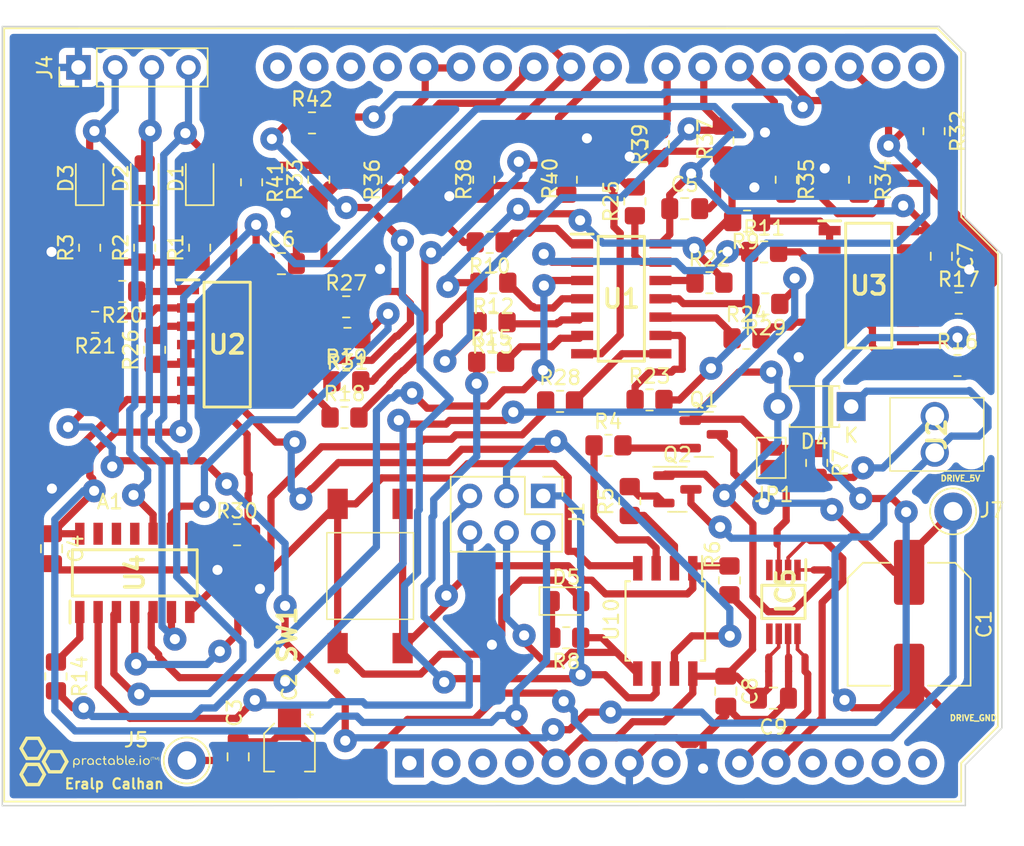
<source format=kicad_pcb>
(kicad_pcb (version 20211014) (generator pcbnew)
  (title_block (title "Driver Daughterboard") (date "2022-06-15") (rev "0"))
  (layers (0 "F.Cu" signal) (31 "B.Cu" signal) (34 "B.Paste" user) (35 "F.Paste" user) (36 "B.SilkS" user "B.Silkscreen") (37 "F.SilkS" user "F.Silkscreen") (38 "B.Mask" user) (39 "F.Mask" user) (44 "Edge.Cuts" user))
  (net 0 "")
  (net 1 "Net-(D1-Pad1)")
  (net 2 "Net-(D2-Pad1)")
  (net 3 "Net-(D3-Pad1)")
  (net 4 "SUP_LED_1")
  (net 5 "SUP_LED_2")
  (net 6 "STU_LED_1")
  (net 7 "STU_LED_2")
  (net 8 "SUP_LED_3")
  (net 9 "STU_LED_3")
  (net 10 "Net-(J1-Pad4)")
  (net 11 "Net-(Q1-Pad2)")
  (net 30 "Net-(J1-Pad5)")
  (net 31 "STUDENT_ENABLE")
  (net 32 "Net-(Q2-Pad2)")
  (net 33 "D_5V")
  (net 34 "D_GND")
  (net 35 "CURRENT_SENSE_OUT")
  (net 36 "LOAD_INPUT")
  (net 37 "DRIVE_INPUT")
  (net 38 "DRIVE_5V")
  (net 39 "DRIVE_GND")
  (net 40 "Net-(D4-Pad2)")
  (net 41 "Net-(IC5-Pad3)")
  (net 44 "CURRENT_SIGN_OUT")
  (net 45 "Net-(IC5-Pad6)")
  (net 46 "Net-(IC5-Pad1)")
  (net 47 "Net-(IC5-Pad2)")
  (net 48 "Net-(IC5-Pad7)")
  (net 49 "Net-(IC5-Pad8)")
  (net 50 "Net-(J2-Pad2)")
  (net 51 "Net-(D1-Pad2)")
  (net 52 "Net-(D2-Pad2)")
  (net 53 "Net-(D3-Pad2)")
  (net 54 "Net-(D5-Pad1)")
  (net 55 "Net-(R10-Pad1)")
  (net 56 "Net-(R11-Pad1)")
  (net 57 "Net-(R14-Pad2)")
  (net 58 "Net-(R12-Pad1)")
  (net 59 "Net-(R13-Pad1)")
  (net 60 "Net-(R15-Pad2)")
  (net 61 "Net-(R28-Pad2)")
  (net 62 "Net-(R23-Pad1)")
  (net 63 "Net-(R24-Pad1)")
  (net 64 "Net-(R29-Pad2)")
  (net 65 "Net-(R22-Pad1)")
  (net 66 "Net-(R25-Pad1)")
  (net 67 "Net-(R20-Pad1)")
  (net 68 "Net-(R21-Pad1)")
  (net 69 "Net-(R26-Pad2)")
  (net 70 "Net-(R26-Pad1)")
  (net 71 "Net-(R30-Pad2)")
  (net 72 "Net-(R18-Pad1)")
  (net 73 "Net-(R19-Pad1)")
  (net 74 "Net-(R27-Pad2)")
  (net 75 "Net-(R31-Pad2)")
  (net 76 "Net-(R27-Pad1)")
  (net 77 "Net-(R9-Pad1)")
  (net 78 "Net-(R11-Pad2)")
  (net 79 "Net-(R16-Pad1)")
  (net 80 "Net-(R24-Pad2)")
  (net 81 "Net-(R21-Pad2)")
  (net 82 "Net-(R17-Pad1)")
  (net 83 "Net-(R14-Pad1)")
  (net 84 "Net-(R15-Pad1)")
  (net 85 "Net-(R28-Pad1)")
  (net 86 "Net-(R29-Pad1)")
  (net 87 "Net-(R30-Pad1)")
  (net 88 "Net-(R31-Pad1)")
  (net 89 "DRIVE_OUT")
  (net 90 "LOAD_OUT")
  (net 91 "Net-(J1-Pad1)")
  (net 92 "Net-(J1-Pad3)")
  (footprint "Capacitor_SMD:C_0805_2012Metric_Pad1.18x1.45mm_HandSolder" (layer "F.Cu") (at 110.4392 71.2216)
    (fp_text reference "C6")
    (fp_text value "0.1uF")
  )
  (footprint "Resistor_SMD:R_0805_2012Metric_Pad1.20x1.40mm_HandSolder" (layer "F.Cu") (at 113.03 65.405 90)
    (fp_text reference "R33")
    (fp_text value "10kR")
  )
  (footprint "Resistor_SMD:R_0805_2012Metric_Pad1.20x1.40mm_HandSolder" (layer "F.Cu") (at 142.6624 76.4032)
    (fp_text reference "R24")
    (fp_text value "480R")
  )
  (footprint "Resistor_SMD:R_0805_2012Metric_Pad1.20x1.40mm_HandSolder" (layer "F.Cu") (at 97.155 70.12 90)
    (fp_text reference "R3")
    (fp_text value "680")
  )
  (footprint "Package_TO_SOT_SMD:SOT-23" (layer "F.Cu") (at 137.8712 86.868)
    (fp_text reference "Q2")
    (fp_text value "BC547")
  )
  (footprint "Resistor_SMD:R_0805_2012Metric_Pad1.20x1.40mm_HandSolder" (layer "F.Cu") (at 124.46 65.405 90)
    (fp_text reference "R38")
    (fp_text value "10kR")
  )
  (footprint "Resistor_SMD:R_0805_2012Metric_Pad1.20x1.40mm_HandSolder" (layer "F.Cu") (at 101.6508 77.2 90)
    (fp_text reference "R26")
    (fp_text value "480R")
  )
  (footprint "Connector_PinHeader_2.54mm:PinHeader_1x04_P2.54mm_Vertical" (layer "F.Cu") (at 96.38 57.62 90)
    (fp_text reference "J4")
    (fp_text value "Conn_01x04")
  )
  (footprint "Resistor_SMD:R_0805_2012Metric_Pad1.20x1.40mm_HandSolder" (layer "F.Cu") (at 114.808 81.8896)
    (fp_text reference "R18")
    (fp_text value "480R")
  )
  (footprint "Resistor_SMD:R_0805_2012Metric_Pad1.20x1.40mm_HandSolder" (layer "F.Cu") (at 124.8664 69.7484 180)
    (fp_text reference "R10")
    (fp_text value "480R")
  )
  (footprint "Resistor_SMD:R_0805_2012Metric_Pad1.20x1.40mm_HandSolder" (layer "F.Cu") (at 134.9248 66.9036 90)
    (fp_text reference "R25")
    (fp_text value "480R")
  )
  (footprint "NetTie:NetTie-2_SMD_Pad0.5mm" (layer "F.Cu") (at 144.201 98.994 -90)
    (fp_text reference "NT1" hide)
    (fp_text value "NetTie_2")
  )
  (footprint "Package_SO:SOIC127P600X175-14N" (layer "F.Cu") (at 133.985 73.66)
    (fp_text reference "U1")
    (fp_text value "4081" hide)
  )
  (footprint "Resistor_SMD:R_0805_2012Metric_Pad1.20x1.40mm_HandSolder" (layer "F.Cu") (at 143.8816 70.4088)
    (fp_text reference "R11")
    (fp_text value "480R")
  )
  (footprint "Capacitor_SMD:C_0805_2012Metric_Pad1.18x1.45mm_HandSolder" (layer "F.Cu") (at 138.3792 67.4116)
    (fp_text reference "C5")
    (fp_text value "0.1uF")
  )
  (footprint "NetTie:NetTie-2_SMD_Pad0.5mm" (layer "F.Cu") (at 145.5726 98.986 -90)
    (fp_text reference "NT2" hide)
    (fp_text value "NetTie_2")
  )
  (footprint "Resistor_SMD:R_0805_2012Metric_Pad1.20x1.40mm_HandSolder" (layer "F.Cu") (at 135.9408 80.6704)
    (fp_text reference "R23")
    (fp_text value "480R")
  )
  (footprint "Package_SO:SOIC127P600X175-14N" (layer "F.Cu") (at 106.68 76.835)
    (fp_text reference "U2")
    (fp_text value "4011" hide)
  )
  (footprint "Capacitor_SMD:C_0805_2012Metric_Pad1.18x1.45mm_HandSolder" (layer "F.Cu") (at 141.224 100.8595 -90)
    (fp_text reference "C8")
    (fp_text value "100nF")
  )
  (footprint "Resistor_SMD:R_0805_2012Metric_Pad1.20x1.40mm_HandSolder" (layer "F.Cu") (at 136.5504 62.9412 -90)
    (fp_text reference "R39")
    (fp_text value "10kR")
  )
  (footprint "Package_TO_SOT_SMD:SOT-23" (layer "F.Cu") (at 139.7 83.058)
    (fp_text reference "Q1")
    (fp_text value "BC557")
  )
  (footprint "Resistor_SMD:R_0805_2012Metric_Pad1.20x1.40mm_HandSolder" (layer "F.Cu") (at 100.965 70.12 90)
    (fp_text reference "R2")
    (fp_text value "330")
  )
  (footprint "Capacitor_SMD:C_0805_2012Metric_Pad1.18x1.45mm_HandSolder" (layer "F.Cu") (at 107.442 105.41 -90)
    (fp_text reference "C3")
    (fp_text value "0.1u")
  )
  (footprint "Jumper:SolderJumper-2_P1.3mm_Open_Pad1.0x1.5mm" (layer "F.Cu") (at 144.3736 84.6836 -90)
    (fp_text reference "JP1")
    (fp_text value "Shunt Bypass")
  )
  (footprint "Resistor_SMD:R_0805_2012Metric_Pad1.20x1.40mm_HandSolder" (layer "F.Cu") (at 147.5232 85.0392 -90)
    (fp_text reference "R7")
    (fp_text value "10R")
  )
  (footprint "Capacitor_SMD:C_0805_2012Metric_Pad1.18x1.45mm_HandSolder" (layer "F.Cu") (at 144.526 101.346)
    (fp_text reference "C9")
    (fp_text value "0.1uF")
  )
  (footprint "Resistor_SMD:R_0805_2012Metric_Pad1.20x1.40mm_HandSolder" (layer "F.Cu") (at 99.4156 73.152 180)
    (fp_text reference "R20")
    (fp_text value "480R")
  )
  (footprint "Resistor_SMD:R_0805_2012Metric_Pad1.20x1.40mm_HandSolder" (layer "F.Cu") (at 97.536 75.2856 180)
    (fp_text reference "R21")
    (fp_text value "480R")
  )
  (footprint "LED_SMD:LED_0805_2012Metric_Pad1.15x1.40mm_HandSolder" (layer "F.Cu") (at 104.775 65.31 90)
    (fp_text reference "D1")
    (fp_text value "LED")
  )
  (footprint "Capacitor_SMD:CP_Elec_3x5.3" (layer "F.Cu") (at 110.998 104.672 -90)
    (fp_text reference "C2")
    (fp_text value "10u")
  )
  (footprint "LED_SMD:LED_0805_2012Metric_Pad1.15x1.40mm_HandSolder" (layer "F.Cu") (at 97.155 65.31 90)
    (fp_text reference "D3")
    (fp_text value "LED")
  )
  (footprint "Package_SO:SOIC127P600X175-14N" (layer "F.Cu") (at 151.13 72.7456)
    (fp_text reference "U3")
    (fp_text value "4011" hide)
  )
  (footprint "Diode_THT:D_T-1_P5.08mm_Horizontal" (layer "F.Cu") (at 149.9108 81.1276 180)
    (fp_text reference "D4")
    (fp_text value "1N4002")
  )
  (footprint "Resistor_SMD:R_0805_2012Metric_Pad1.20x1.40mm_HandSolder" (layer "F.Cu") (at 125.1204 72.5424 180)
    (fp_text reference "R12")
    (fp_text value "480R")
  )
  (footprint "Package_SO:SOIC127P600X175-14N" (layer "F.Cu") (at 100.2792 92.6592 90)
    (fp_text reference "U4")
    (fp_text value "4071" hide)
  )
  (footprint "Resistor_SMD:R_0805_2012Metric_Pad1.20x1.40mm_HandSolder" (layer "F.Cu") (at 141.478 93.1805 -90)
    (fp_text reference "R6")
    (fp_text value "100k")
  )
  (footprint "NetTie:NetTie-2_SMD_Pad0.5mm" (layer "F.Cu") (at 144.78 90.17 -90)
    (fp_text reference "NT4" hide)
    (fp_text value "NetTie_2")
  )
  (footprint "LED_SMD:LED_0805_2012Metric_Pad1.15x1.40mm_HandSolder" (layer "F.Cu") (at 100.965 65.31 90)
    (fp_text reference "D2")
    (fp_text value "LED")
  )
  (footprint "000_Graphics_Immo:practactable.io_text_10x4" (layer "F.Cu") (at 97.0788 105.7656)
    (fp_text reference "G***" hide)
    (fp_text value "LOGO" hide)
  )
  (footprint "Resistor_SMD:R_0805_2012Metric_Pad1.20x1.40mm_HandSolder" (layer "F.Cu") (at 107.3658 90.0176)
    (fp_text reference "R30")
    (fp_text value "480R")
  )
  (footprint "Resistor_SMD:R_0805_2012Metric_Pad1.20x1.40mm_HandSolder" (layer "F.Cu") (at 141.0208 62.6872 -90)
    (fp_text reference "R37")
    (fp_text value "10kR")
  )
  (footprint "Resistor_SMD:R_0805_2012Metric_Pad1.20x1.40mm_HandSolder" (layer "F.Cu") (at 114.935 79.375)
    (fp_text reference "R19")
    (fp_text value "480R")
  )
  (footprint "Resistor_SMD:R_0805_2012Metric_Pad1.20x1.40mm_HandSolder" (layer "F.Cu") (at 130.175 97.155 180)
    (fp_text reference "R8")
    (fp_text value "680")
  )
  (footprint "Package_SO:SOIC-8W_5.3x5.3mm_P1.27mm" (layer "F.Cu") (at 137.033 95.9905 -90)
    (fp_text reference "U10")
    (fp_text value "ATtiny85-20S")
  )
  (footprint "Connector_PinHeader_2.54mm:PinHeader_2x03_P2.54mm_Vertical" (layer "F.Cu") (at 128.5748 87.3252 -90)
    (fp_text reference "J1")
    (fp_text value "AVR-ISP-6")
  )
  (footprint "Resistor_SMD:R_0805_2012Metric_Pad1.20x1.40mm_HandSolder" (layer "F.Cu") (at 114.9256 74.2188)
    (fp_text reference "R27")
    (fp_text value "480R")
  )
  (footprint "Audio_Module:Infineon Motor Sheild hiddenPins" (layer "F.Cu") (at 99.6188 86.1568 90)
    (fp_text reference "A1")
    (fp_text value "Infineon Motor Shield MOD" hide)
  )
  (footprint "Resistor_SMD:R_0805_2012Metric_Pad1.20x1.40mm_HandSolder" (layer "F.Cu") (at 130.175 65.405 90)
    (fp_text reference "R40")
    (fp_text value "10kR")
  )
  (footprint "Resistor_SMD:R_0805_2012Metric_Pad1.20x1.40mm_HandSolder" (layer "F.Cu") (at 142.6972 68.2752 180)
    (fp_text reference "R9")
    (fp_text value "480R")
  )
  (footprint "LED_SMD:LED_0805_2012Metric_Pad1.15x1.40mm_HandSolder" (layer "F.Cu") (at 130.175 94.615)
    (fp_text reference "D5")
    (fp_text value "LED")
  )
  (footprint "Resistor_SMD:R_0805_2012Metric_Pad1.20x1.40mm_HandSolder" (layer "F.Cu") (at 118.11 65.405 90)
    (fp_text reference "R36")
    (fp_text value "10kR")
  )
  (footprint "Resistor_SMD:R_0805_2012Metric_Pad1.20x1.40mm_HandSolder" (layer "F.Cu") (at 112.5568 61.468)
    (fp_text reference "R42")
    (fp_text value "480")
  )
  (footprint "Resistor_SMD:R_0805_2012Metric_Pad1.20x1.40mm_HandSolder" (layer "F.Cu") (at 134.5692 87.6808 -90)
    (fp_text reference "R5")
    (fp_text value "2k2")
  )
  (footprint "Resistor_SMD:R_0805_2012Metric_Pad1.20x1.40mm_HandSolder" (layer "F.Cu") (at 124.968 78.0288)
    (fp_text reference "R15")
    (fp_text value "480R")
  )
  (footprint "Resistor_SMD:R_0805_2012Metric_Pad1.20x1.40mm_HandSolder" (layer "F.Cu") (at 94.8182 99.838 -90)
    (fp_text reference "R14")
    (fp_text value "480R")
  )
  (footprint "Resistor_SMD:R_0805_2012Metric_Pad1.20x1.40mm_HandSolder" (layer "F.Cu") (at 133.096 83.82 180)
    (fp_text reference "R4")
    (fp_text value "2k2")
  )
  (footprint "Resistor_SMD:R_0805_2012Metric_Pad1.20x1.40mm_HandSolder" (layer "F.Cu") (at 108.3724 65.5828 -90)
    (fp_text reference "R41")
    (fp_text value "480")
  )
  (footprint "Connector_Pin:Pin_D1.3mm_L11.0mm" (layer "F.Cu") (at 156.972 88.392 -90)
    (fp_text reference "J7")
    (fp_text value "DRIVE_5V_IN")
  )
  (footprint "Resistor_SMD:R_0805_2012Metric_Pad1.20x1.40mm_HandSolder" (layer "F.Cu") (at 115.0112 76.4032 180)
    (fp_text reference "R31")
    (fp_text value "480R")
  )
  (footprint "Connector_Pin:Pin_D1.3mm_L11.0mm" (layer "F.Cu") (at 103.886 105.664 -90)
    (fp_text reference "J5")
    (fp_text value "DRIVE_GND")
  )
  (footprint "NetTie:NetTie-2_SMD_Pad0.5mm" (layer "F.Cu") (at 147.828 92.456 180)
    (fp_text reference "NT5" hide)
    (fp_text value "NetTie_2")
  )
  (footprint "Capacitor_SMD:C_Elec_8x10.2" (layer "F.Cu") (at 153.924 96.222 -90)
    (fp_text reference "C1")
    (fp_text value "470u")
  )
  (footprint "Capacitor_SMD:C_0805_2012Metric_Pad1.18x1.45mm_HandSolder" (layer "F.Cu") (at 94.5134 90.9828 -90)
    (fp_text reference "C4")
    (fp_text value "0.1uF")
  )
  (footprint "Button_Switch_SMD:13019319" (layer "F.Cu") (at 116.586 93.726 90)
    (fp_text reference "SW1")
    (fp_text value "SW_Push" hide)
  )
  (footprint "Resistor_SMD:R_0805_2012Metric_Pad1.20x1.40mm_HandSolder" (layer "F.Cu") (at 129.7432 80.772)
    (fp_text reference "R28")
    (fp_text value "480R")
  )
  (footprint "Connector_Molex:RSPROPenduinoTerminal" (layer "F.Cu") (at 155.702 84.328 90)
    (fp_text reference "J2")
    (fp_text value "Coil" hide)
  )
  (footprint "Resistor_SMD:R_0805_2012Metric_Pad1.20x1.40mm_HandSolder" (layer "F.Cu") (at 104.775 70.12 90)
    (fp_text reference "R1")
    (fp_text value "330")
  )
  (footprint "Resistor_SMD:R_0805_2012Metric_Pad1.20x1.40mm_HandSolder" (layer "F.Cu") (at 145.415 65.405 -90)
    (fp_text reference "R35")
    (fp_text value "10kR")
  )
  (footprint "Resistor_SMD:R_0805_2012Metric_Pad1.20x1.40mm_HandSolder" (layer "F.Cu") (at 150.495 65.405 -90)
    (fp_text reference "R34")
    (fp_text value "10kR")
  )
  (footprint "Resistor_SMD:R_0805_2012Metric_Pad1.20x1.40mm_HandSolder" (layer "F.Cu") (at 157.2768 78.2828)
    (fp_text reference "R16")
    (fp_text value "480R")
  )
  (footprint "Resistor_SMD:R_0805_2012Metric_Pad1.20x1.40mm_HandSolder" (layer "F.Cu") (at 125.0696 75.2856 180)
    (fp_text reference "R13")
    (fp_text value "480R")
  )
  (footprint "Resistor_SMD:R_0805_2012Metric_Pad1.20x1.40mm_HandSolder" (layer "F.Cu") (at 157.3624 73.9648)
    (fp_text reference "R17")
    (fp_text value "480R")
  )
  (footprint "Resistor_SMD:R_0805_2012Metric_Pad1.20x1.40mm_HandSolder" (layer "F.Cu") (at 140.0904 72.5424)
    (fp_text reference "R22")
    (fp_text value "480R")
  )
  (footprint "Resistor_SMD:R_0805_2012Metric_Pad1.20x1.40mm_HandSolder" (layer "F.Cu") (at 143.9672 74.0156 180)
    (fp_text reference "R29")
    (fp_text value "480R")
  )
  (footprint "Resistor_SMD:R_0805_2012Metric_Pad1.20x1.40mm_HandSolder" (layer "F.Cu") (at 155.6512 62.0428 -90)
    (fp_text reference "R32")
    (fp_text value "10kR")
  )
  (footprint "NetTie:NetTie-2_SMD_Pad0.5mm" (layer "F.Cu") (at 146.7156 98.986 -90)
    (fp_text reference "NT6" hide)
    (fp_text value "NetTie_2")
  )
  (footprint "Sensor_Current:SOP65P490X110-8N" (layer "F.Cu") (at 145.217 94.668 -90)
    (fp_text reference "IC5")
    (fp_text value "MAX9928FAUA+" hide)
  )
  (footprint "NetTie:NetTie-2_SMD_Pad0.5mm" (layer "F.Cu") (at 147.574 90.424 180)
    (fp_text reference "NT3" hide)
    (fp_text value "NetTie_2")
  )
  (footprint "Capacitor_SMD:C_0805_2012Metric_Pad1.18x1.45mm_HandSolder" (layer "F.Cu") (at 156.1592 70.7136 -90)
    (fp_text reference "C7")
    (fp_text value "0.1uF")
  )
  (gr_line (start 156.012 54.796) (end 155.992 54.776) (layer "Edge.Cuts") (width 0.1))
  (gr_line (start 157.822 105.966) (end 160.352 103.416) (layer "Edge.Cuts") (width 0.1))
  (gr_line (start 160.352 103.416) (end 160.352 70.576) (layer "Edge.Cuts") (width 0.1))
  (gr_line (start 160.352 70.576) (end 157.812 68.036) (layer "Edge.Cuts") (width 0.1))
  (gr_line (start 157.812 68.036) (end 157.832 56.606) (layer "Edge.Cuts") (width 0.1))
  (gr_line (start 91.102 108.776) (end 91.102 108.796) (layer "Edge.Cuts") (width 0.1))
  (gr_line (start 91.102 108.796) (end 157.802 108.786) (layer "Edge.Cuts") (width 0.1))
  (gr_line (start 157.802 108.786) (end 157.822 108.786) (layer "Edge.Cuts") (width 0.1))
  (gr_line (start 91.102 54.786) (end 91.102 108.776) (layer "Edge.Cuts") (width 0.1))
  (gr_line (start 157.822 108.786) (end 157.822 105.966) (layer "Edge.Cuts") (width 0.1))
  (gr_line (start 155.992 54.776) (end 91.102 54.786) (layer "Edge.Cuts") (width 0.1))
  (gr_line (start 157.832 56.606) (end 156.012 54.796) (layer "Edge.Cuts") (width 0.1))
  (gr_text "Eralp Calhan\n\n" (at 98.8568 107.8484) (layer "F.SilkS") (effects (font (size 0.7 0.7))))
  (gr_text "DRIVE_GND" (at 158.369 102.7176) (layer "F.SilkS") (effects (font (size 0.4 0.4) (thickness 0.1))))
  (gr_text "DRIVE_5V" (at 157.48 86.106) (layer "F.SilkS") (effects (font (size 0.4 0.4) (thickness 0.1))))
  (segment (start 104.775 66.335) (end 104.775 69.12) (width 0.5) (layer "F.Cu") (net 1))
  (segment (start 100.965 66.335) (end 100.965 69.12) (width 0.5) (layer "F.Cu") (net 2))
  (segment (start 97.155 66.335) (end 97.155 69.12) (width 0.5) (layer "F.Cu") (net 3))
  (segment (start 123.081474 69.7484) (end 119.964099 66.631025) (width 0.5) (layer "F.Cu") (net 4))
  (segment (start 118.11 63.39646) (end 118.11 64.405) (width 0.5) (layer "F.Cu") (net 4))
  (segment (start 119.964099 65.846099) (end 118.523 64.405) (width 0.5) (layer "F.Cu") (net 4))
  (segment (start 128.02 57.658) (end 127.153311 57.658) (width 0.5) (layer "F.Cu") (net 4))
  (segment (start 125.352842 60.106941) (end 121.399519 60.106941) (width 0.5) (layer "F.Cu") (net 4))
  (segment (start 123.8664 69.7484) (end 123.081474 69.7484) (width 0.5) (layer "F.Cu") (net 4))
  (segment (start 121.399519 60.106941) (end 118.11 63.39646) (width 0.5) (layer "F.Cu") (net 4))
  (segment (start 119.964099 66.631025) (end 119.964099 65.846099) (width 0.5) (layer "F.Cu") (net 4))
  (segment (start 127.153311 57.658) (end 127.153311 58.306472) (width 0.5) (layer "F.Cu") (net 4))
  (segment (start 127.153311 58.306472) (end 125.352842 60.106941) (width 0.5) (layer "F.Cu") (net 4))
  (segment (start 138.008776 80.6704) (end 140.200588 78.478588) (width 0.5) (layer "F.Cu") (net 5))
  (segment (start 154.5016 61.0428) (end 152.5016 63.0428) (width 0.5) (layer "F.Cu") (net 5))
  (segment (start 155.6512 61.0428) (end 154.5016 61.0428) (width 0.5) (layer "F.Cu") (net 5))
  (segment (start 152.5016 60.2996) (end 152.5016 63.0428) (width 0.5) (layer "F.Cu") (net 5))
  (segment (start 136.9408 80.6704) (end 138.008776 80.6704) (width 0.5) (layer "F.Cu") (net 5))
  (segment (start 149.86 57.658) (end 152.5016 60.2996) (width 0.5) (layer "F.Cu") (net 5))
  (via (at 140.200588 78.478588) (size 1.6) (drill 0.7) (layers "F.Cu" "B.Cu") (net 5))
  (via (at 152.5016 63.0428) (size 1.6) (drill 0.7) (layers "F.Cu" "B.Cu") (net 5))
  (segment (start 142.810282 75.868894) (end 140.200588 78.478588) (width 0.5) (layer "B.Cu") (net 5))
  (segment (start 142.810282 71.020768) (end 142.810282 75.868894) (width 0.5) (layer "B.Cu") (net 5))
  (segment (start 144.025303 69.805747) (end 142.810282 71.020768) (width 0.5) (layer "B.Cu") (net 5))
  (segment (start 155.1432 65.6844) (end 155.1432 67.7672) (width 0.5) (layer "B.Cu") (net 5))
  (segment (start 153.104653 69.805747) (end 144.025303 69.805747) (width 0.5) (layer "B.Cu") (net 5))
  (segment (start 155.1432 67.7672) (end 153.104653 69.805747) (width 0.5) (layer "B.Cu") (net 5))
  (segment (start 152.5016 63.0428) (end 155.1432 65.6844) (width 0.5) (layer "B.Cu") (net 5))
  (segment (start 139.7 57.658) (end 139.7 60.3664) (width 0.5) (layer "F.Cu") (net 6))
  (segment (start 121.798692 77.978) (end 121.7676 77.978) (width 0.5) (layer "F.Cu") (net 6))
  (segment (start 124.0696 75.2856) (end 124.0696 75.707092) (width 0.5) (layer "F.Cu") (net 6))
  (segment (start 138.779678 61.976) (end 138.684 61.880322) (width 0.5) (layer "F.Cu") (net 6))
  (segment (start 124.0696 75.707092) (end 121.798692 77.978) (width 0.5) (layer "F.Cu") (net 6))
  (segment (start 140.732 61.976) (end 138.779678 61.976) (width 0.5) (layer "F.Cu") (net 6))
  (segment (start 139.7 60.3664) (end 141.0208 61.6872) (width 0.5) (layer "F.Cu") (net 6))
  (via (at 138.684 61.880322) (size 1.6) (drill 0.7) (layers "F.Cu" "B.Cu") (net 6))
  (via (at 121.7676 77.978) (size 1.6) (drill 0.7) (layers "F.Cu" "B.Cu") (net 6))
  (segment (start 123.520502 76.225098) (end 123.520502 72.980824) (width 0.5) (layer "B.Cu") (net 6))
  (segment (start 133.965522 66.6496) (end 138.684 61.931122) (width 0.5) (layer "B.Cu") (net 6))
  (segment (start 123.520502 72.980824) (end 129.851726 66.6496) (width 0.5) (layer "B.Cu") (net 6))
  (segment (start 129.851726 66.6496) (end 133.965522 66.6496) (width 0.5) (layer "B.Cu") (net 6))
  (segment (start 138.684 61.931122) (end 138.684 61.880322) (width 0.5) (layer "B.Cu") (net 6))
  (segment (start 121.7676 77.978) (end 123.520502 76.225098) (width 0.5) (layer "B.Cu") (net 6))
  (segment (start 133.019699 63.162975) (end 133.019699 64.446625) (width 0.5) (layer "F.Cu") (net 7))
  (segment (start 134.241474 61.9412) (end 133.019699 63.162975) (width 0.5) (layer "F.Cu") (net 7))
  (segment (start 137.16 61.3316) (end 136.5504 61.9412) (width 0.5) (layer "F.Cu") (net 7))
  (segment (start 136.5504 61.9412) (end 134.241474 61.9412) (width 0.5) (layer "F.Cu") (net 7))
  (segment (start 137.16 57.658) (end 137.16 61.3316) (width 0.5) (layer "F.Cu") (net 7))
  (segment (start 133.019699 64.446625) (end 134.476674 65.9036) (width 0.5) (layer "F.Cu") (net 7))
  (segment (start 124.46 63.758) (end 124.46 64.405) (width 0.5) (layer "F.Cu") (net 8))
  (segment (start 128.5788 55.6768) (end 94.234 55.6768) (width 0.5) (layer "F.Cu") (net 8))
  (segment (start 95.004677 72.008899) (end 95.307725 72.008899) (width 0.5) (layer "F.Cu") (net 8))
  (segment (start 96.215401 72.916575) (end 96.215401 73.016423) (width 0.5) (layer "F.Cu") (net 8))
  (segment (start 95.307725 72.008899) (end 96.215401 72.916575) (width 0.5) (layer "F.Cu") (net 8))
  (segment (start 94.954079 71.958301) (end 95.004677 72.008899) (width 0.5) (layer "F.Cu") (net 8))
  (segment (start 130.56 57.658) (end 128.5788 55.6768) (width 0.5) (layer "F.Cu") (net 8))
  (segment (start 94.234 55.6768) (end 92.192988 57.717812) (width 0.5) (layer "F.Cu") (net 8))
  (segment (start 92.963799 71.050625) (end 93.871475 71.958301) (width 0.5) (layer "F.Cu") (net 8))
  (segment (start 130.56 57.658) (end 124.46 63.758) (width 0.5) (layer "F.Cu") (net 8))
  (segment (start 93.871475 71.958301) (end 94.954079 71.958301) (width 0.5) (layer "F.Cu") (net 8))
  (segment (start 96.350978 73.152) (end 98.4156 73.152) (width 0.5) (layer "F.Cu") (net 8))
  (segment (start 96.215401 73.016423) (end 96.350978 73.152) (width 0.5) (layer "F.Cu") (net 8))
  (segment (start 92.192988 57.717812) (end 92.192988 69.873414) (width 0.5) (layer "F.Cu") (net 8))
  (segment (start 92.192988 69.873414) (end 92.963799 70.644225) (width 0.5) (layer "F.Cu") (net 8))
  (segment (start 92.963799 70.644225) (end 92.963799 71.050625) (width 0.5) (layer "F.Cu") (net 8))
  (segment (start 130.175 64.405) (end 127.126809 64.405) (width 0.5) (layer "F.Cu") (net 9))
  (segment (start 116.938772 79.135031) (end 118.431948 77.641855) (width 0.5) (layer "F.Cu") (net 9))
  (segment (start 118.876422 77.250522) (end 118.884543 77.250522) (width 0.5) (layer "F.Cu") (net 9))
  (segment (start 118.431948 77.641855) (end 118.485089 77.641855) (width 0.5) (layer "F.Cu") (net 9))
  (segment (start 129.638037 63.868037) (end 130.175 64.405) (width 0.5) (layer "F.Cu") (net 9))
  (segment (start 118.884543 77.250522) (end 120.377724 75.757341) (width 0.5) (layer "F.Cu") (net 9))
  (segment (start 115.935 79.375) (end 116.751944 79.375) (width 0.5) (layer "F.Cu") (net 9))
  (segment (start 129.638037 61.119963) (end 129.638037 63.868037) (width 0.5) (layer "F.Cu") (net 9))
  (segment (start 118.485089 77.641855) (end 118.876422 77.250522) (width 0.5) (layer "F.Cu") (net 9))
  (segment (start 120.377724 75.757341) (end 120.377724 70.889853) (width 0.5) (layer "F.Cu") (net 9))
  (segment (start 116.938772 79.188172) (end 116.938772 79.135031) (width 0.5) (layer "F.Cu") (net 9))
  (segment (start 120.377724 70.889853) (end 120.807649 70.459928) (width 0.5) (layer "F.Cu") (net 9))
  (segment (start 133.1 57.658) (end 129.638037 61.119963) (width 0.5) (layer "F.Cu") (net 9))
  (segment (start 127.126809 64.405) (end 126.882008 64.160199) (width 0.5) (layer "F.Cu") (net 9))
  (segment (start 116.751944 79.375) (end 116.938772 79.188172) (width 0.5) (layer "F.Cu") (net 9))
  (via (at 126.882008 64.160199) (size 1.6) (drill 0.7) (layers "F.Cu" "B.Cu") (net 9))
  (via (at 120.807649 70.459928) (size 1.6) (drill 0.7) (layers "F.Cu" "B.Cu") (net 9))
  (segment (start 126.882008 64.160199) (end 126.882008 65.1456) (width 0.5) (layer "B.Cu") (net 9))
  (segment (start 126.882008 65.1456) (end 121.56768 70.459928) (width 0.5) (layer "B.Cu") (net 9))
  (segment (start 121.56768 70.459928) (end 120.807649 70.459928) (width 0.5) (layer "B.Cu") (net 9))
  (segment (start 129.72755 98.967124) (end 130.523775 98.170899) (width 0.5) (layer "F.Cu") (net 10))
  (segment (start 130.523775 98.170899) (end 133.658399 98.170899) (width 0.5) (layer "F.Cu") (net 10))
  (segment (start 131.175 97.155) (end 132.6425 97.155) (width 0.5) (layer "F.Cu") (net 10))
  (segment (start 132.6425 97.155) (end 135.128 99.6405) (width 0.5) (layer "F.Cu") (net 10))
  (segment (start 133.658399 98.170899) (end 135.128 99.6405) (width 0.5) (layer "F.Cu") (net 10))
  (segment (start 127.253846 97.44738) (end 128.77359 98.967124) (width 0.5) (layer "F.Cu") (net 10))
  (segment (start 128.77359 98.967124) (end 129.72755 98.967124) (width 0.5) (layer "F.Cu") (net 10))
  (segment (start 127.253846 96.991823) (end 127.253846 97.44738) (width 0.5) (layer "F.Cu") (net 10))
  (via (at 127.253846 96.991823) (size 1.6) (drill 0.7) (layers "F.Cu" "B.Cu") (net 10))
  (segment (start 126.0348 89.8652) (end 126.0348 95.772777) (width 0.5) (layer "B.Cu") (net 10))
  (segment (start 126.0348 95.772777) (end 127.253846 96.991823) (width 0.5) (layer "B.Cu") (net 10))
  (segment (start 138.7625 84.008) (end 134.284 84.008) (width 0.5) (layer "F.Cu") (net 11))
  (segment (start 118.836 97.876) (end 121.8692 94.8428) (width 0.5) (layer "F.Cu") (net 30))
  (segment (start 139.098 92.1805) (end 138.938 92.3405) (width 0.5) (layer "F.Cu") (net 30))
  (segment (start 131.18617 93.049102) (end 130.303037 92.165969) (width 0.5) (layer "F.Cu") (net 30))
  (segment (start 131.271658 93.049102) (end 131.18617 93.049102) (width 0.5) (layer "F.Cu") (net 30))
  (segment (start 141.478 92.1805) (end 139.098 92.1805) (width 0.5) (layer "F.Cu") (net 30))
  (segment (start 118.836 97.876) (end 118.836 87.876) (width 0.5) (layer "F.Cu") (net 30))
  (segment (start 130.303037 92.165969) (end 123.937231 92.165969) (width 0.5) (layer "F.Cu") (net 30))
  (segment (start 131.388036 93.16548) (end 131.271658 93.049102) (width 0.5) (layer "F.Cu") (net 30))
  (segment (start 138.566611 94.115911) (end 132.889445 94.115911) (width 0.5) (layer "F.Cu") (net 30))
  (segment (start 123.937231 92.165969) (end 121.8692 94.234) (width 0.5) (layer "F.Cu") (net 30))
  (segment (start 121.8692 94.8428) (end 121.8692 94.234) (width 0.5) (layer "F.Cu") (net 30))
  (segment (start 131.939014 93.16548) (end 131.388036 93.16548) (width 0.5) (layer "F.Cu") (net 30))
  (segment (start 138.938 92.3405) (end 138.938 93.744522) (width 0.5) (layer "F.Cu") (net 30))
  (segment (start 138.938 93.744522) (end 138.566611 94.115911) (width 0.5) (layer "F.Cu") (net 30))
  (segment (start 132.889445 94.115911) (end 131.939014 93.16548) (width 0.5) (layer "F.Cu") (net 30))
  (via (at 121.8692 94.234) (size 1.6) (drill 0.7) (layers "F.Cu" "B.Cu") (net 30))
  (segment (start 123.4948 87.603149) (end 121.8692 89.228749) (width 0.5) (layer "B.Cu") (net 30))
  (segment (start 121.8692 89.228749) (end 121.8692 94.234) (width 0.5) (layer "B.Cu") (net 30))
  (segment (start 123.4948 87.3252) (end 123.4948 87.603149) (width 0.5) (layer "B.Cu") (net 30))
  (segment (start 124.1204 72.5424) (end 122.228254 72.5424) (width 0.5) (layer "F.Cu") (net 31))
  (segment (start 159.766 72.5612) (end 159.766 70.343582) (width 0.5) (layer "F.Cu") (net 31))
  (segment (start 119.290433 78.250033) (end 118.8991 78.641366) (width 0.5) (layer "F.Cu") (net 31))
  (segment (start 144.583725 60.578899) (end 145.491401 61.486575) (width 0.5) (layer "F.Cu") (net 31))
  (segment (start 152.872313 65.655437) (end 151.964637 66.563113) (width 0.5) (layer "F.Cu") (net 31))
  (segment (start 158.369101 73.971501) (end 158.826301 74.428701) (width 0.5) (layer "F.Cu") (net 31))
  (segment (start 158.826301 74.428701) (end 158.826301 77.733299) (width 0.5) (layer "F.Cu") (net 31))
  (segment (start 145.491401 61.486575) (end 145.491401 62.770225) (width 0.5) (layer "F.Cu") (net 31))
  (segment (start 151.359014 67.75452) (end 148.978054 67.75452) (width 0.5) (layer "F.Cu") (net 31))
  (segment (start 121.377235 75.285565) (end 121.377235 76.171352) (width 0.5) (layer "F.Cu") (net 31))
  (segment (start 118.845959 78.641366) (end 117.938283 79.549042) (width 0.5) (layer "F.Cu") (net 31))
  (segment (start 131.130702 68.219656) (end 130.678246 67.7672) (width 0.5) (layer "F.Cu") (net 31))
  (segment (start 151.964637 66.563113) (end 151.964637 67.148897) (width 0.5) (layer "F.Cu") (net 31))
  (segment (start 151.964637 67.148897) (end 151.359014 67.75452) (width 0.5) (layer "F.Cu") (net 31))
  (segment (start 142.563375 64.388899) (end 141.655699 65.296575) (width 0.5) (layer "F.Cu") (net 31))
  (segment (start 158.3624 73.9648) (end 159.766 72.5612) (width 0.5) (layer "F.Cu") (net 31))
  (segment (start 159.766 70.343582) (end 155.077855 65.655437) (width 0.5) (layer "F.Cu") (net 31))
  (segment (start 141.0904 72.328866) (end 139.0396 70.278066) (width 0.5) (layer "F.Cu") (net 31))
  (segment (start 121.377235 76.171352) (end 119.298554 78.250033) (width 0.5) (layer "F.Cu") (net 31))
  (segment (start 155.077855 65.655437) (end 152.872313 65.655437) (width 0.5) (layer "F.Cu") (net 31))
  (segment (start 127.1524 67.7672) (end 126.847601 67.462401) (width 0.5) (layer "F.Cu") (net 31))
  (segment (start 130.678246 67.7672) (end 127.1524 67.7672) (width 0.5) (layer "F.Cu") (net 31))
  (segment (start 122.228254 72.5424) (end 121.971001 72.799653) (width 0.5) (layer "F.Cu") (net 31))
  (segment (start 115.808 81.732466) (end 115.808 81.8896) (width 0.5) (layer "F.Cu") (net 31))
  (segment (start 141.655699 65.296575) (end 141.655699 67.867765) (width 0.5) (layer "F.Cu") (net 31))
  (segment (start 145.364301 62.897325) (end 145.364301 64.354301) (width 0.5) (layer "F.Cu") (net 31))
  (segment (start 141.2748 68.2752) (end 141.6972 68.2752) (width 0.5) (layer "F.Cu") (net 31))
  (segment (start 142.24 57.658) (end 144.583725 60.001725) (width 0.5) (layer "F.Cu") (net 31))
  (segment (start 139.3952 70.1548) (end 141.2748 68.2752) (width 0.5) (layer "F.Cu") (net 31))
  (segment (start 141.6972 68.2752) (end 141.316186 68.656214) (width 0.5) (layer "F.Cu") (net 31))
  (segment (start 145.185365 64.388899) (end 142.563375 64.388899) (width 0.5) (layer "F.Cu") (net 31))
  (segment (start 158.826301 77.733299) (end 158.369101 78.190499) (width 0.5) (layer "F.Cu") (net 31))
  (segment (start 119.298554 78.250033) (end 119.290433 78.250033) (width 0.5) (layer "F.Cu") (net 31))
  (segment (start 148.978054 67.75452) (end 145.628534 64.405) (width 0.5) (layer "F.Cu") (net 31))
  (segment (start 117.938283 79.602183) (end 115.808 81.732466) (width 0.5) (layer "F.Cu") (net 31))
  (segment (start 145.491401 62.770225) (end 145.364301 62.897325) (width 0.5) (layer "F.Cu") (net 31))
  (segment (start 124.1204 72.5424) (end 121.377235 75.285565) (width 0.5) (layer "F.Cu") (net 31))
  (segment (start 117.938283 79.549042) (end 117.938283 79.602183) (width 0.5) (layer "F.Cu") (net 31))
  (segment (start 144.583725 60.001725) (end 144.583725 60.578899) (width 0.5) (layer "F.Cu") (net 31))
  (segment (start 118.8991 78.641366) (end 118.845959 78.641366) (width 0.5) (layer "F.Cu") (net 31))
  (via (at 126.847601 67.462401) (size 1.6) (drill 0.7) (layers "F.Cu" "B.Cu") (net 31))
  (via (at 139.0396 70.1548) (size 1.6) (drill 0.7) (layers "F.Cu" "B.Cu") (net 31))
  (via (at 131.130702 68.219656) (size 1.6) (drill 0.7) (layers "F.Cu" "B.Cu") (net 31))
  (via (at 121.971001 72.799653) (size 1.6) (drill 0.7) (layers "F.Cu" "B.Cu") (net 31))
  (segment (start 131.130702 68.219656) (end 132.710246 69.7992) (width 0.5) (layer "B.Cu") (net 31))
  (segment (start 132.710246 69.7992) (end 138.684 69.7992) (width 0.5) (layer "B.Cu") (net 31))
  (segment (start 121.971001 72.186599) (end 121.971001 72.799653) (width 0.5) (layer "B.Cu") (net 31))
  (segment (start 138.684 69.7992) (end 139.0396 70.1548) (width 0.5) (layer "B.Cu") (net 31))
  (segment (start 126.695199 67.462401) (end 121.971001 72.186599) (width 0.5) (layer "B.Cu") (net 31))
  (segment (start 126.847601 67.462401) (end 126.695199 67.462401) (width 0.5) (layer "B.Cu") (net 31))
  (segment (start 136.44698 87.33128) (end 135.21968 87.33128) (width 0.5) (layer "F.Cu") (net 32))
  (segment (start 135.21968 87.33128) (end 134.5692 86.6808) (width 0.5) (layer "F.Cu") (net 32))
  (segment (start 136.9337 87.818) (end 136.44698 87.33128) (width 0.5) (layer "F.Cu") (net 32))
  (segment (start 137.3417 67.4116) (end 137.3417 69.2053) (width 0.5) (layer "F.Cu") (net 33))
  (segment (start 141.9645 99.822) (end 141.224 99.822) (width 0.5) (layer "F.Cu") (net 33))
  (segment (start 138.822653 64.979345) (end 137.3417 66.460298) (width 0.5) (layer "F.Cu") (net 33))
  (segment (start 98.075545 83.73643) (end 98.073325 83.73643) (width 0.5) (layer "F.Cu") (net 33))
  (segment (start 138.938 100.9905) (end 136.949289 102.979211) (width 0.5) (layer "F.Cu") (net 33))
  (segment (start 94.5134 89.9453) (end 97.463414 86.995286) (width 0.5) (layer "F.Cu") (net 33))
  (segment (start 97.165649 84.644106) (end 97.165649 85.927756) (width 0.5) (layer "F.Cu") (net 33))
  (segment (start 98.124771 83.728068) (end 98.083907 83.728068) (width 0.5) (layer "F.Cu") (net 33))
  (segment (start 144.201 100.6335) (end 143.4885 101.346) (width 0.5) (layer "F.Cu") (net 33))
  (segment (start 143.078301 97.967699) (end 141.478 99.568) (width 0.5) (layer "F.Cu") (net 33))
  (segment (start 131.279128 104.092289) (end 129.802091 105.569326) (width 0.5) (layer "F.Cu") (net 33))
  (segment (start 156.1592 69.6761) (end 155.4187 68.9356) (width 0.5) (layer "F.Cu") (net 33))
  (segment (start 98.083907 83.728068) (end 98.075545 83.73643) (width 0.5) (layer "F.Cu") (net 33))
  (segment (start 103.429174 82.9056) (end 98.947239 82.9056) (width 0.5) (layer "F.Cu") (net 33))
  (segment (start 155.4187 68.9356) (end 153.842 68.9356) (width 0.5) (layer "F.Cu") (net 33))
  (segment (start 97.361571 86.123678) (end 97.361571 86.869635) (width 0.5) (layer "F.Cu") (net 33))
  (segment (start 141.478 94.1805) (end 143.078301 95.780801) (width 0.5) (layer "F.Cu") (net 33))
  (segment (start 98.073325 83.73643) (end 97.165649 84.644106) (width 0.5) (layer "F.Cu") (net 33))
  (segment (start 138.938 99.6405) (end 138.938 100.9905) (width 0.5) (layer "F.Cu") (net 33))
  (segment (start 139.1195 99.822) (end 138.938 99.6405) (width 0.5) (layer "F.Cu") (net 33))
  (segment (start 143.4885 101.346) (end 141.9645 99.822) (width 0.5) (layer "F.Cu") (net 33))
  (segment (start 109.4017 71.2216) (end 108.6867 70.5066) (width 0.5) (layer "F.Cu") (net 33))
  (segment (start 134.771715 102.979211) (end 133.658637 104.092289) (width 0.5) (layer "F.Cu") (net 33))
  (segment (start 156.1592 69.6761) (end 153.688038 67.204938) (width 0.5) (layer "F.Cu") (net 33))
  (segment (start 103.479399 82.855375) (end 103.429174 82.9056) (width 0.5) (layer "F.Cu") (net 33))
  (segment (start 108.6867 70.5066) (end 108.6867 68.5292) (width 0.5) (layer "F.Cu") (net 33))
  (segment (start 96.4692 89.9472) (end 94.5153 89.9472) (width 0.5) (layer "F.Cu") (net 33))
  (segment (start 129.54 105.918) (end 129.474183 105.918) (width 0.5) (layer "F.Cu") (net 33))
  (segment (start 137.3417 69.2053) (end 136.697 69.85) (width 0.5) (layer "F.Cu") (net 33))
  (segment (start 133.658637 104.092289) (end 131.279128 104.092289) (width 0.5) (layer "F.Cu") (net 33))
  (segment (start 136.949289 102.979211) (end 134.771715 102.979211) (width 0.5) (layer "F.Cu") (net 33))
  (segment (start 97.165649 85.927756) (end 97.361571 86.123678) (width 0.5) (layer "F.Cu") (net 33))
  (segment (start 109.392 73.025) (end 109.392 71.2313) (width 0.5) (layer "F.Cu") (net 33))
  (segment (start 126.703956 103.147773) (end 126.703956 102.542789) (width 0.5) (layer "F.Cu") (net 33))
  (segment (start 98.947239 82.9056) (end 98.124771 83.728068) (width 0.5) (layer "F.Cu") (net 33))
  (segment (start 141.224 99.822) (end 139.1195 99.822) (width 0.5) (layer "F.Cu") (net 33))
  (segment (start 97.463414 86.995286) (end 97.463414 86.971478) (width 0.5) (layer "F.Cu") (net 33))
  (segment (start 97.361571 86.869635) (end 97.463414 86.971478) (width 0.5) (layer "F.Cu") (net 33))
  (segment (start 144.201 99.494) (end 144.201 100.6335) (width 0.5) (layer "F.Cu") (net 33))
  (segment (start 153.688038 67.204938) (end 153.514138 67.204938) (width 0.5) (layer "F.Cu") (net 33))
  (segment (start 129.474183 105.918) (end 126.703956 103.147773) (width 0.5) (layer "F.Cu") (net 33))
  (segment (start 129.802091 105.569326) (end 129.54 105.569326) (width 0.5) (layer "F.Cu") (net 33))
  (segment (start 137.3417 66.460298) (end 137.3417 67.4116) (width 0.5) (layer "F.Cu") (net 33))
  (segment (start 143.078301 95.780801) (end 143.078301 97.967699) (width 0.5) (layer "F.Cu") (net 33))
  (via (at 138.822653 64.979345) (size 1.6) (drill 0.7) (layers "F.Cu" "B.Cu") (net 33))
  (via (at 108.6867 68.5292) (size 1.6) (drill 0.7) (layers "F.Cu" "B.Cu") (net 33))
  (via (at 153.514138 67.204938) (size 1.6) (drill 0.7) (layers "F.Cu" "B.Cu") (net 33))
  (via (at 126.703956 102.542789) (size 1.6) (drill 0.7) (layers "F.Cu" "B.Cu") (net 33))
  (via (at 97.463414 86.971478) (size 1.6) (drill 0.7) (layers "F.Cu" "B.Cu") (net 33))
  (via (at 103.479399 82.855375) (size 1.6) (drill 0.7) (layers "F.Cu" "B.Cu") (net 33))
  (segment (start 140.442422 60.330822) (end 137.426652 60.330822) (width 0.5) (layer "B.Cu") (net 33))
  (segment (start 128.5748 89.8652) (end 128.803347 90.093747) (width 0.5) (layer "B.Cu") (net 33))
  (segment (start 108.6867 68.5292) (end 103.665284 73.550616) (width 0.5) (layer "B.Cu") (net 33))
  (segment (start 142.3924 62.2808) (end 141.521198 62.2808) (width 0.5) (layer "B.Cu") (net 33))
  (segment (start 128.803347 90.093747) (end 128.803347 98.780653) (width 0.5) (layer "B.Cu") (net 33))
  (segment (start 94.742 88.9508) (end 96.721322 86.971478) (width 0.5) (layer "B.Cu") (net 33))
  (segment (start 137.254674 60.5028) (end 123.952 60.5028) (width 0.5) (layer "B.Cu") (net 33))
  (segment (start 111.3791 71.2216) (end 108.6867 68.5292) (width 0.5) (layer "B.Cu") (net 33))
  (segment (start 153.155076 67.564) (end 141.40731 67.564) (width 0.5) (layer "B.Cu") (net 33))
  (segment (start 96.146889 103.614489) (end 94.742 102.2096) (width 0.5) (layer "B.Cu") (net 33))
  (segment (start 125.456489 102.542789) (end 124.976878 103.0224) (width 0.5) (layer "B.Cu") (net 33))
  (segment (start 124.976878 103.0224) (end 116.084926 103.0224) (width 0.5) (layer "B.Cu") (net 33))
  (segment (start 126.703956 100.880044) (end 126.703956 102.542789) (width 0.5) (layer "B.Cu") (net 33))
  (segment (start 96.721322 86.971478) (end 97.463414 86.971478) (width 0.5) (layer "B.Cu") (net 33))
  (segment (start 141.521198 62.2808) (end 138.822653 64.979345) (width 0.5) (layer "B.Cu") (net 33))
  (segment (start 153.514138 67.204938) (end 153.155076 67.564) (width 0.5) (layer "B.Cu") (net 33))
  (segment (start 103.665284 82.66949) (end 103.479399 82.855375) (width 0.5) (layer "B.Cu") (net 33))
  (segment (start 123.952 60.5028) (end 113.2332 71.2216) (width 0.5) (layer "B.Cu") (net 33))
  (segment (start 142.3924 62.2808) (end 140.442422 60.330822) (width 0.5) (layer "B.Cu") (net 33))
  (segment (start 128.803347 98.780653) (end 126.703956 100.880044) (width 0.5) (layer "B.Cu") (net 33))
  (segment (start 141.40731 67.564) (end 138.822653 64.979345) (width 0.5) (layer "B.Cu") (net 33))
  (segment (start 113.345385 103.614489) (end 96.146889 103.614489) (width 0.5) (layer "B.Cu") (net 33))
  (segment (start 113.2332 71.2216) (end 111.3791 71.2216) (width 0.5) (layer "B.Cu") (net 33))
  (segment (start 137.426652 60.330822) (end 137.254674 60.5028) (width 0.5) (layer "B.Cu") (net 33))
  (segment (start 114.369375 102.590499) (end 113.345385 103.614489) (width 0.5) (layer "B.Cu") (net 33))
  (segment (start 115.653025 102.590499) (end 114.369375 102.590499) (width 0.5) (layer "B.Cu") (net 33))
  (segment (start 94.742 102.2096) (end 94.742 88.9508) (width 0.5) (layer "B.Cu") (net 33))
  (segment (start 116.084926 103.0224) (end 115.653025 102.590499) (width 0.5) (layer "B.Cu") (net 33))
  (segment (start 126.703956 102.542789) (end 125.456489 102.542789) (width 0.5) (layer "B.Cu") (net 33))
  (segment (start 103.665284 73.550616) (end 103.665284 82.66949) (width 0.5) (layer "B.Cu") (net 33))
  (segment (start 132.020188 64.860636) (end 132.020188 62.951357) (width 0.5) (layer "F.Cu") (net 34))
  (segment (start 141.224 102.556322) (end 141.080478 102.556322) (width 0.5) (layer "F.Cu") (net 34))
  (segment (start 140.656188 64.933364) (end 140.697689 64.891863) (width 0.5) (layer "F.Cu") (net 34))
  (segment (start 113.6396 71.2216) (end 116.896204 71.2216) (width 0.5) (layer "F.Cu") (net 34))
  (segment (start 133.9088 69.101134) (end 133.47528 68.667614) (width 0.5) (layer "F.Cu") (net 34))
  (segment (start 106.008769 92.454265) (end 94.947365 92.454265) (width 0.5) (layer "F.Cu") (net 34))
  (segment (start 117.487437 65.782437) (end 114.289713 65.782437) (width 0.5) (layer "F.Cu") (net 34))
  (segment (start 139.0904 104.5464) (end 138.262583 104.5464) (width 0.5) (layer "F.Cu") (net 34))
  (segment (start 140.697689 64.891863) (end 140.697689 64.010311) (width 0.5) (layer "F.Cu") (net 34))
  (segment (start 113.382037 70.964037) (end 113.6396 71.2216) (width 0.5) (layer "F.Cu") (net 34))
  (segment (start 143.6718 66.405) (end 143.2052 65.9384) (width 0.5) (layer "F.Cu") (net 34))
  (segment (start 118.071637 66.366637) (end 118.020837 66.315837) (width 0.5) (layer "F.Cu") (net 34))
  (segment (start 118.020837 66.315837) (end 117.995437 66.290437) (width 0.5) (layer "F.Cu") (net 34))
  (segment (start 106.008769 93.451631) (end 106.008769 92.454265) (width 0.5) (layer "F.Cu") (net 34))
  (segment (start 130.175 66.405) (end 129.581299 65.811299) (width 0.5) (layer "F.Cu") (net 34))
  (segment (start 145.415 66.405) (end 143.6718 66.405) (width 0.5) (layer "F.Cu") (net 34))
  (segment (start 142.14752 102.82052) (end 141.224 101.897) (width 0.5) (layer "F.Cu") (net 34))
  (segment (start 113.652563 65.782437) (end 113.03 66.405) (width 0.5) (layer "F.Cu") (net 34))
  (segment (start 116.135511 99.675511) (end 120.078363 99.675511) (width 0.5) (layer "F.Cu") (net 34))
  (segment (start 118.097037 66.392037) (end 118.071637 66.366637) (width 0.5) (layer "F.Cu") (net 34))
  (segment (start 97.155 71.12) (end 104.775 71.12) (width 0.5) (layer "F.Cu") (net 34))
  (segment (start 113.382037 66.690113) (end 113.382037 70.964037) (width 0.5) (layer "F.Cu") (net 34))
  (segment (start 94.5388 86.8172) (end 93.03888 88.31712) (width 0.5) (layer "F.Cu") (net 34))
  (segment (start 123.342726 85.09) (end 129.3368 85.09) (width 0.5) (layer "F.Cu") (net 34))
  (segment (start 141.080478 102.556322) (end 139.0904 104.5464) (width 0.5) (layer "F.Cu") (net 34))
  (segment (start 130.772156 94.048622) (end 130.857644 94.048622) (width 0.5) (layer "F.Cu") (net 34))
  (segment (start 131.273 77.47) (end 132.589522 77.47) (width 0.5) (layer "F.Cu") (net 34))
  (segment (start 150.708534 66.405) (end 152.521233 64.592301) (width 0.5) (layer "F.Cu") (net 34))
  (segment (start 95.06329 70.95879) (end 94.5133 70.4088) (width 0.5) (layer "F.Cu") (net 34))
  (segment (start 111.4767 71.2216) (end 111.4767 68.4236) (width 0.5) (layer "F.Cu") (net 34))
  (segment (start 114.336 87.876) (end 115.586978 87.876) (width 0.5) (layer "F.Cu") (net 34))
  (segment (start 117.690637 65.985637) (end 117.665237 65.960237) (width 0.5) (layer "F.Cu") (net 34))
  (segment (start 137.061755 63.429845) (end 140.255445 63.429845) (width 0.5) (layer "F.Cu") (net 34))
  (segment (start 117.563637 65.858637) (end 117.538237 65.833237) (width 0.5) (layer "F.Cu") (net 34))
  (segment (start 111.4767 68.4236) (end 110.744 67.6909) (width 0.5) (layer "F.Cu") (net 34))
  (segment (start 145.5726 99.486) (end 145.5726 101.3369) (width 0.5) (layer "F.Cu") (net 34))
  (segment (start 139.4167 67.4116) (end 140.064478 67.4116) (width 0.5) (layer "F.Cu") (net 34))
  (segment (start 114.336 97.876) (end 116.135511 99.675511) (width 0.5) (layer "F.Cu") (net 34))
  (segment (start 130.802527 91.166449) (end 131.802047 92.165969) (width 0.5) (layer "F.Cu") (net 34))
  (segment (start 114.289713 65.782437) (end 113.382037 66.690113) (width 0.5) (layer "F.Cu") (net 34))
  (segment (start 117.970037 66.265037) (end 117.919237 66.214237) (width 0.5) (layer "F.Cu") (net 34))
  (segment (start 131.2 94.390978) (end 131.2 94.476466) (width 0.5) (layer "F.Cu") (net 34))
  (segment (start 117.919237 66.214237) (end 117.868437 66.163437) (width 0.5) (layer "F.Cu") (net 34))
  (segment (start 115.586978 87.876) (end 117.386489 86.076489) (width 0.5) (layer "F.Cu") (net 34))
  (segment (start 136.5504 63.9412) (end 137.061755 63.429845) (width 0.5) (layer "F.Cu") (net 34))
  (segment (start 138.262583 104.5464) (end 137.808472 104.092289) (width 0.5) (layer "F.Cu") (net 34))
  (segment (start 96.166138 84.273179) (end 94.5388 85.900517) (width 0.5) (layer "F.Cu") (net 34))
  (segment (start 125.704701 94.504421) (end 127.043642 93.16548) (width 0.5) (layer "F.Cu") (net 34))
  (segment (start 120.272288 86.076489) (end 120.285511 86.089712) (width 0.5) (layer "F.Cu") (net 34))
  (segment (start 136.359128 104.092289) (end 134.62 105.831417) (width 0.5) (layer "F.Cu") (net 34))
  (segment (start 125.704701 96.958625) (end 125.704701 94.504421) (width 0.5) (layer "F.Cu") (net 34))
  (segment (start 131.802047 92.165969) (end 134.953469 92.165969) (width 0.5) (layer "F.Cu") (net 34))
  (segment (start 142.680912 63.389388) (end 143.9419 62.1284) (width 0.5) (layer "F.Cu") (net 34))
  (segment (start 93.03888 88.31712) (end 93.03888 91.31168) (width 0.5) (layer "F.Cu") (net 34))
  (segment (start 141.224 101.897) (end 141.224 102.556322) (width 0.5) (layer "F.Cu") (net 34))
  (segment (start 132.020188 62.951357) (end 131.603362 62.534531) (width 0.5) (layer "F.Cu") (net 34))
  (segment (start 117.995437 66.290437) (end 117.970037 66.265037) (width 0.5) (layer "F.Cu") (net 34))
  (segment (start 133.9088 76.150722) (end 133.9088 69.101134) (width 0.5) (layer "F.Cu") (net 34))
  (segment (start 117.817637 66.112637) (end 117.741436 66.036436) (width 0.5) (layer "F.Cu") (net 34))
  (segment (start 99.751233 80.645) (end 96.166138 84.230095) (width 0.5) (layer "F.Cu") (net 34))
  (segment (start 130.857644 94.048622) (end 131.2 94.390978) (width 0.5) (layer "F.Cu") (net 34))
  (segment (start 141.224 102.556322) (end 139.6492 104.131122) (width 0.5) (layer "F.Cu") (net 34))
  (segment (start 127.043642 93.16548) (end 129.889014 93.16548) (width 0.5) (layer "F.Cu") (net 34))
  (segment (start 103.968 80.645) (end 99.751233 80.645) (width 0.5) (layer "F.Cu") (net 34))
  (segment (start 140.656188 66.81989) (end 140.656188 64.933364) (width 0.5) (layer "F.Cu") (net 34))
  (segment (start 129.889014 93.16548) (end 130.772156 94.048622) (width 0.5) (layer "F.Cu") (net 34))
  (segment (start 125.053701 65.811299) (end 124.46 66.405) (width 0.5) (layer "F.Cu") (net 34))
  (segment (start 133.47528 66.315728) (end 132.020188 64.860636) (width 0.5) (layer "F.Cu") (net 34))
  (segment (start 130.305769 91.166449) (end 130.802527 91.166449) (width 0.5) (layer "F.Cu") (net 34))
  (segment (start 121.455874 98.298) (end 124.365326 98.298) (width 0.5) (layer "F.Cu") (net 34))
  (segment (start 117.614437 65.909437) (end 117.589037 65.884037) (width 0.5) (layer "F.Cu") (net 34))
  (segment (start 141.318612 63.389388) (end 142.680912 63.389388) (width 0.5) (layer "F.Cu") (net 34))
  (segment (start 136.5504 63.9412) (end 134.7056 63.9412) (width 0.5) (layer "F.Cu") (net 34))
  (segment (start 94.947365 92.454265) (end 94.5134 92.0203) (width 0.5) (layer "F.Cu") (net 34))
  (segment (start 112.0299 66.405) (end 110.744 67.6909) (width 0.5) (layer "F.Cu") (net 34))
  (segment (start 145.5635 101.497034) (end 144.240014 102.82052) (width 0.5) (layer "F.Cu") (net 34))
  (segment (start 117.589037 65.884037) (end 117.563637 65.858637) (width 0.5) (layer "F.Cu") (net 34))
  (segment (start 137.808472 104.092289) (end 136.359128 104.092289) (width 0.5) (layer "F.Cu") (net 34))
  (segment (start 93.7475 92.0203) (end 94.5134 92.0203) (width 0.5) (layer "F.Cu") (net 34))
  (segment (start 117.665237 65.960237) (end 117.614437 65.909437) (width 0.5) (layer "F.Cu") (net 34))
  (segment (start 149.8694 66.405) (end 148.082 64.6176) (width 0.5) (layer "F.Cu") (net 34))
  (segment (start 140.255445 63.429845) (end 140.7668 63.9412) (width 0.5) (layer "F.Cu") (net 34))
  (segment (start 93.03888 91.31168) (end 93.7475 92.0203) (width 0.5) (layer "F.Cu") (net 34))
  (segment (start 120.285511 86.089712) (end 122.343014 86.089712) (width 0.5) (layer "F.Cu") (net 34))
  (segment (start 154.101699 64.592301) (end 155.6512 63.0428) (width 0.5) (layer "F.Cu") (net 34))
  (segment (start 96.166138 84.230095) (end 96.166138 84.273179) (width 0.5) (layer "F.Cu") (net 34))
  (segment (start 156.1592 71.7511) (end 157.9665 71.7511) (width 0.5) (layer "F.Cu") (net 34))
  (segment (start 117.716037 66.011037) (end 117.690637 65.985637) (width 0.5) (layer "F.Cu") (net 34))
  (segment (start 134.7056 63.9412) (end 134.5692 63.8048) (width 0.5) (layer "F.Cu") (net 34))
  (segment (start 96.99379 70.95879) (end 95.06329 70.95879) (width 0.5) (layer "F.Cu") (net 34))
  (segment (start 157.9665 71.7511) (end 158.0896 71.628) (width 0.5) (layer "F.Cu") (net 34))
  (segment (start 94.5388 85.900517) (end 94.5388 86.8172) (width 0.5) (layer "F.Cu") (net 34))
  (segment (start 124.365326 98.298) (end 125.022263 97.641063) (width 0.5) (layer "F.Cu") (net 34))
  (segment (start 148.418 76.5556) (end 147.428524 76.5556) (width 0.5) (layer "F.Cu") (net 34))
  (segment (start 125.022263 97.641063) (end 125.704701 96.958625) (width 0.5) (layer "F.Cu") (net 34))
  (segment (start 147.428524 76.5556) (end 146.277768 77.706356) (width 0.5) (layer "F.Cu") (net 34))
  (segment (start 108.953851 93.258149) (end 108.953851 93.76937) (width 0.5) (layer "F.Cu") (net 34))
  (segment (start 114.336 87.876) (end 114.336 97.876) (width 0.5) (layer "F.Cu") (net 34))
  (segment (start 113.03 66.405) (end 112.0299 66.405) (width 0.5) (layer "F.Cu") (net 34))
  (segment (start 139.6492 104.131122) (end 139.6492 106.2228) (width 0.5) (layer "F.Cu") (net 34))
  (segment (start 130.305769 86.058969) (end 130.305769 91.166449) (width 0.5) (layer "F.Cu") (net 34))
  (segment (start 129.581299 65.811299) (end 125.053701 65.811299) (width 0.5) (layer "F.Cu") (net 34))
  (segment (start 144.240014 102.82052) (end 142.14752 102.82052) (width 0.5) (layer "F.Cu") (net 34))
  (segment (start 150.495 66.405) (end 149.8694 66.405) (width 0.5) (layer "F.Cu") (net 34))
  (segment (start 129.3368 85.09) (end 130.305769 86.058969) (width 0.5) (layer "F.Cu") (net 34))
  (segment (start 140.064478 67.4116) (end 140.656188 66.81989) (width 0.5) (layer "F.Cu") (net 34))
  (segment (start 104.0892 95.3712) (end 106.008769 93.451631) (width 0.5) (layer "F.Cu") (net 34))
  (segment (start 122.343014 86.089712) (end 123.342726 85.09) (width 0.5) (layer "F.Cu") (net 34))
  (segment (start 114.336 87.876) (end 108.953851 93.258149) (width 0.5) (layer "F.Cu") (net 34))
  (segment (start 117.512837 65.807837) (end 117.487437 65.782437) (width 0.5) (layer "F.Cu") (net 34))
  (segment (start 117.487437 65.782437) (end 113.652563 65.782437) (width 0.5) (layer "F.Cu") (net 34))
  (segment (start 134.953469 92.165969) (end 135.128 92.3405) (width 0.5) (layer "F.Cu") (net 34))
  (segment (start 120.078363 99.675511) (end 121.455874 98.298) (width 0.5) (layer "F.Cu") (net 34))
  (segment (start 132.589522 77.47) (end 133.9088 76.150722) (width 0.5) (layer "F.Cu") (net 34))
  (segment (start 117.868437 66.163437) (end 117.843037 66.138037) (width 0.5) (layer "F.Cu") (net 34))
  (segment (start 117.538237 65.833237) (end 117.512837 65.807837) (width 0.5) (layer "F.Cu") (net 34))
  (segment (start 117.386489 86.076489) (end 120.272288 86.076489) (width 0.5) (layer "F.Cu") (net 34))
  (segment (start 118.11 66.405) (end 118.097037 66.392037) (width 0.5) (layer "F.Cu") (net 34))
  (segment (start 124.46 66.405) (end 122.2154 66.405) (width 0.5) (layer "F.Cu") (net 34))
  (segment (start 122.2154 66.405) (end 122.0724 66.548) (width 0.5) (layer "F.Cu") (net 34))
  (segment (start 133.47528 68.667614) (end 133.47528 66.315728) (width 0.5) (layer "F.Cu") (net 34))
  (segment (start 113.6396 71.2216) (end 111.4767 71.2216) (width 0.5) (layer "F.Cu") (net 34))
  (segment (start 117.843037 66.138037) (end 117.817637 66.112637) (width 0.5) (layer "F.Cu") (net 34))
  (segment (start 116.896204 71.2216) (end 117.2717 71.597096) (width 0.5) (layer "F.Cu") (net 34))
  (segment (start 152.521233 64.592301) (end 154.101699 64.592301) (width 0.5) (layer "F.Cu") (net 34))
  (segment (start 117.741436 66.036436) (end 117.716037 66.011037) (width 0.5) (layer "F.Cu") (net 34))
  (via (at 148.082 64.6176) (size 1.6) (drill 0.7) (layers "F.Cu" "B.Cu") (net 34))
  (via (at 94.5133 70.4088) (size 1.6) (drill 0.7) (layers "F.Cu" "B.Cu") (net 34))
  (via (at 108.953851 93.76937) (size 1.6) (drill 0.7) (layers "F.Cu" "B.Cu") (net 34))
  (via (at 158.0896 71.628) (size 1.6) (drill 0.7) (layers "F.Cu" "B.Cu") (net 34))
  (via (at 143.2052 65.9384) (size 1.6) (drill 0.7) (layers "F.Cu" "B.Cu") (net 34))
  (via (at 106.008769 92.454265) (size 1.6) (drill 0.7) (layers "F.Cu" "B.Cu") (net 34))
  (via (at 122.0724 66.548) (size 1.6) (drill 0.7) (layers "F.Cu" "B.Cu") (net 34))
  (via (at 134.5692 63.8048) (size 1.6) (drill 0.7) (layers "F.Cu" "B.Cu") (net 34))
  (via (at 143.9419 62.1284) (size 1.6) (drill 0.7) (layers "F.Cu" "B.Cu") (net 34))
  (via (at 131.603362 62.534531) (size 1.6) (drill 0.7) (layers "F.Cu" "B.Cu") (net 34))
  (via (at 125.022263 97.641063) (size 1.6) (drill 0.7) (layers "F.Cu" "B.Cu") (net 34))
  (via (at 146.277768 77.706356) (size 1.6) (drill 0.7) (layers "F.Cu" "B.Cu") (net 34))
  (via (at 139.6492 106.2228) (size 1.6) (drill 0.7) (layers "F.Cu" "B.Cu") (net 34))
  (via (at 110.744 67.6909) (size 1.6) (drill 0.7) (layers "F.Cu" "B.Cu") (net 34))
  (via (at 94.5388 86.8172) (size 1.6) (drill 0.7) (layers "F.Cu" "B.Cu") (net 34))
  (via (at 117.2717 71.597096) (size 1.6) (drill 0.7) (layers "F.Cu" "B.Cu") (net 34))
  (segment (start 123.4948 89.8652) (end 123.4948 96.1136) (width 0.5) (layer "B.Cu") (net 34))
  (segment (start 123.4948 96.1136) (end 125.022263 97.641063) (width 0.5) (layer "B.Cu") (net 34))
  (segment (start 108.953851 93.76937) (end 107.638746 92.454265) (width 0.5) (layer "B.Cu") (net 34))
  (segment (start 94.5133 70.4088) (end 94.106153 70.815947) (width 0.5) (layer "B.Cu") (net 34))
  (segment (start 94.106153 86.384553) (end 94.5388 86.8172) (width 0.5) (layer "B.Cu") (net 34))
  (segment (start 94.106153 70.815947) (end 94.106153 86.384553) (width 0.5) (layer "B.Cu") (net 34))
  (segment (start 107.638746 92.454265) (end 106.008769 92.454265) (width 0.5) (layer "B.Cu") (net 34))
  (segment (start 146.7156 99.486) (end 146.90052 99.67092) (width 0.5) (layer "F.Cu") (net 35))
  (segment (start 146.90052 99.67092) (end 146.90052 102.235014) (width 0.5) (layer "F.Cu") (net 35))
  (segment (start 145.043245 104.092289) (end 143.979128 104.092289) (width 0.5) (layer "F.Cu") (net 35))
  (segment (start 143.979128 104.092289) (end 142.24 105.831417) (width 0.5) (layer "F.Cu") (net 35))
  (segment (start 146.90052 102.235014) (end 145.043245 104.092289) (width 0.5) (layer "F.Cu") (net 35))
  (segment (start 144.78 57.658) (end 147.040499 59.918499) (width 0.5) (layer "F.Cu") (net 36))
  (segment (start 144.78 57.658) (end 146.555109 59.433109) (width 0.5) (layer "F.Cu") (net 36))
  (segment (start 147.040499 59.918499) (end 149.181025 59.918499) (width 0.5) (layer "F.Cu") (net 36))
  (segment (start 116.84 61.0616) (end 113.9632 61.0616) (width 0.5) (layer "F.Cu") (net 36))
  (segment (start 146.555109 59.433109) (end 146.555109 60.358959) (width 0.5) (layer "F.Cu") (net 36))
  (segment (start 113.9632 61.0616) (end 113.5568 61.468) (width 0.5) (layer "F.Cu") (net 36))
  (segment (start 149.181025 59.918499) (end 150.495 61.232474) (width 0.5) (layer "F.Cu") (net 36))
  (segment (start 150.495 61.232474) (end 150.495 64.405) (width 0.5) (layer "F.Cu") (net 36))
  (via (at 116.84 61.0616) (size 1.6) (drill 0.7) (layers "F.Cu" "B.Cu") (net 36))
  (via (at 146.555109 60.358959) (size 1.6) (drill 0.7) (layers "F.Cu" "B.Cu") (net 36))
  (segment (start 118.398311 59.503289) (end 136.840663 59.503289) (width 0.5) (layer "B.Cu") (net 36))
  (segment (start 145.527461 59.331311) (end 146.555109 60.358959) (width 0.5) (layer "B.Cu") (net 36))
  (segment (start 136.840663 59.503289) (end 137.012641 59.331311) (width 0.5) (layer "B.Cu") (net 36))
  (segment (start 116.84 61.0616) (end 118.398311 59.503289) (width 0.5) (layer "B.Cu") (net 36))
  (segment (start 137.012641 59.331311) (end 145.527461 59.331311) (width 0.5) (layer "B.Cu") (net 36))
  (segment (start 120.4 57.658) (end 120.4 59.692926) (width 0.5) (layer "F.Cu") (net 37))
  (segment (start 115.687926 64.405) (end 113.03 64.405) (width 0.5) (layer "F.Cu") (net 37))
  (segment (start 120.4 59.692926) (end 115.687926 64.405) (width 0.5) (layer "F.Cu") (net 37))
  (segment (start 120.4 57.658) (end 122.94 57.658) (width 0.5) (layer "F.Cu") (net 37))
  (segment (start 113.03 64.405) (end 108.5502 64.405) (width 0.5) (layer "F.Cu") (net 37))
  (segment (start 141.7828 85.75218) (end 143.858857 87.828237) (width 0.5) (layer "F.Cu") (net 38))
  (segment (start 113.667901 105.841901) (end 116.154099 105.841901) (width 0.5) (layer "F.Cu") (net 38))
  (segment (start 116.154099 105.841901) (end 119.1768 102.8192) (width 0.5) (layer "F.Cu") (net 38))
  (segment (start 110.998 103.172) (end 109.7975 104.3725) (width 0.5) (layer "F.Cu") (net 38))
  (segment (start 153.924 91.44) (end 156.972 88.392) (width 0.5) (layer "F.Cu") (net 38))
  (segment (start 119.1768 102.8192) (end 123.7996 102.8192) (width 0.5) (layer "F.Cu") (net 38))
  (segment (start 109.7975 104.3725) (end 107.442 104.3725) (width 0.5) (layer "F.Cu") (net 38))
  (segment (start 141.7828 84.2033) (end 141.7828 85.75218) (width 0.5) (layer "F.Cu") (net 38))
  (segment (start 129.430949 100.993288) (end 129.994744 101.557083) (width 0.5) (layer "F.Cu") (net 38))
  (segment (start 110.998 103.172) (end 113.667901 105.841901) (width 0.5) (layer "F.Cu") (net 38))
  (segment (start 152.92785 92.622) (end 148.576398 88.270548) (width 0.5) (layer "F.Cu") (net 38))
  (segment (start 123.7996 102.8192) (end 125.625512 100.993288) (width 0.5) (layer "F.Cu") (net 38))
  (segment (start 153.924 92.622) (end 152.92785 92.622) (width 0.5) (layer "F.Cu") (net 38))
  (segment (start 125.625512 100.993288) (end 129.430949 100.993288) (width 0.5) (layer "F.Cu") (net 38))
  (segment (start 140.6375 83.058) (end 141.7828 84.2033) (width 0.5) (layer "F.Cu") (net 38))
  (via (at 148.576398 88.270548) (size 1.6) (drill 0.7) (layers "F.Cu" "B.Cu") (net 38))
  (via (at 143.858857 87.828237) (size 1.6) (drill 0.7) (layers "F.Cu" "B.Cu") (net 38))
  (via (at 129.994744 101.557083) (size 1.6) (drill 0.7) (layers "F.Cu" "B.Cu") (net 38))
  (segment (start 130.733699 102.953025) (end 130.733699 102.296038) (width 0.5) (layer "B.Cu") (net 38))
  (segment (start 131.872963 104.092289) (end 130.733699 102.953025) (width 0.5) (layer "B.Cu") (net 38))
  (segment (start 148.134087 87.828237) (end 148.576398 88.270548) (width 0.5) (layer "B.Cu") (net 38))
  (segment (start 143.858857 87.828237) (end 148.134087 87.828237) (width 0.5) (layer "B.Cu") (net 38))
  (segment (start 156.972 88.392) (end 156.972 99.846579) (width 0.5) (layer "B.Cu") (net 38))
  (segment (start 130.733699 102.296038) (end 129.994744 101.557083) (width 0.5) (layer "B.Cu") (net 38))
  (segment (start 152.72629 104.092289) (end 131.872963 104.092289) (width 0.5) (layer "B.Cu") (net 38))
  (segment (start 156.972 99.846579) (end 152.72629 104.092289) (width 0.5) (layer "B.Cu") (net 38))
  (segment (start 153.924 100.076) (end 151.9936 102.0064) (width 0.5) (layer "F.Cu") (net 39))
  (segment (start 110.998 106.172) (end 107.7175 106.172) (width 0.5) (layer "F.Cu") (net 39))
  (segment (start 138.8087 86.868) (end 138.8087 87.849376) (width 0.5) (layer "F.Cu") (net 39))
  (segment (start 151.9936 102.0064) (end 149.983033 102.0064) (width 0.5) (layer "F.Cu") (net 39))
  (segment (start 156.689511 106.642672) (end 155.559882 107.772301) (width 0.5) (layer "F.Cu") (net 39))
  (segment (start 138.8087 87.849376) (end 140.488853 89.529529) (width 0.5) (layer "F.Cu") (net 39))
  (segment (start 149.983033 102.0064) (end 149.449533 101.4729) (width 0.5) (layer "F.Cu") (net 39))
  (segment (start 156.689511 102.587511) (end 156.689511 106.642672) (width 0.5) (layer "F.Cu") (net 39))
  (segment (start 103.886 105.664) (end 106.6585 105.664) (width 0.5) (layer "F.Cu") (net 39))
  (segment (start 153.924 99.822) (end 156.689511 102.587511) (width 0.5) (layer "F.Cu") (net 39))
  (segment (start 155.559882 107.772301) (end 112.598301 107.772301) (width 0.5) (layer "F.Cu") (net 39))
  (segment (start 112.598301 107.772301) (end 110.998 106.172) (width 0.5) (layer "F.Cu") (net 39))
  (segment (start 106.6585 105.664) (end 107.442 106.4475) (width 0.5) (layer "F.Cu") (net 39))
  (via (at 140.830604 89.478729) (size 1.6) (drill 0.7) (layers "F.Cu" "B.Cu") (net 39))
  (via (at 149.449533 101.4729) (size 1.6) (drill 0.7) (layers "F.Cu" "B.Cu") (net 39))
  (segment (start 158.292835 80.213165) (end 159.391521 81.311852) (width 0.5) (layer "B.Cu") (net 39))
  (segment (start 148.7932 100.816567) (end 149.449533 101.4729) (width 0.5) (layer "B.Cu") (net 39))
  (segment (start 151.238858 90.17) (end 149.86 90.17) (width 0.5) (layer "B.Cu") (net 39))
  (segment (start 149.86 90.17) (end 149.773237 90.256763) (width 0.5) (layer "B.Cu") (net 39))
  (segment (start 158.143159 80.063489) (end 158.292835 80.213165) (width 0.5) (layer "B.Cu") (net 39))
  (segment (start 149.773237 90.256763) (end 141.608638 90.256763) (width 0.5) (layer "B.Cu") (net 39))
  (segment (start 156.851521 83.178479) (end 155.702 84.328) (width 0.5) (layer "B.Cu") (net 39))
  (segment (start 158.756521 83.178479) (end 156.851521 83.178479) (width 0.5) (layer "B.Cu") (net 39))
  (segment (start 150.974911 80.063489) (end 158.143159 80.063489) (width 0.5) (layer "B.Cu") (net 39))
  (segment (start 158.089669 80.01) (end 158.292835 80.213165) (width 0.5) (layer "B.Cu") (net 39))
  (segment (start 155.644274 84.328) (end 152.171299 87.800975) (width 0.5) (layer "B.Cu") (net 39))
  (segment (start 141.608638 90.256763) (end 140.830604 89.478729) (width 0.5) (layer "B.Cu") (net 39))
  (segment (start 159.391521 82.543479) (end 158.756521 83.178479) (width 0.5) (layer "B.Cu") (net 39))
  (segment (start 152.171299 89.237559) (end 151.238858 90.17) (width 0.5) (layer "B.Cu") (net 39))
  (segment (start 149.86 90.17) (end 148.7932 91.2368) (width 0.5) (layer "B.Cu") (net 39))
  (segment (start 152.171299 87.800975) (end 152.171299 89.237559) (width 0.5) (layer "B.Cu") (net 39))
  (segment (start 149.9108 81.1276) (end 150.974911 80.063489) (width 0.5) (layer "B.Cu") (net 39))
  (segment (start 159.391521 81.311852) (end 159.391521 82.543479) (width 0.5) (layer "B.Cu") (net 39))
  (segment (start 155.702 84.328) (end 155.644274 84.328) (width 0.5) (layer "B.Cu") (net 39))
  (segment (start 148.7932 91.2368) (end 148.7932 100.816567) (width 0.5) (layer "B.Cu") (net 39))
  (segment (start 145.845923 95.3516) (end 144.1704 95.3516) (width 0.5) (layer "F.Cu") (net 40))
  (segment (start 148.328 92.456) (end 148.328 92.869523) (width 0.5) (layer "F.Cu") (net 40))
  (segment (start 142.1305 78.74) (end 144.3736 78.74) (width 0.5) (layer "F.Cu") (net 40))
  (segment (start 143.1036 94.2848) (end 143.1036 89.264306) (width 0.5) (layer "F.Cu") (net 40))
  (segment (start 144.1704 95.3516) (end 143.1036 94.2848) (width 0.5) (layer "F.Cu") (net 40))
  (segment (start 142.34848 82.00848) (end 138.86202 82.00848) (width 0.5) (layer "F.Cu") (net 40))
  (segment (start 144.3792 84.0392) (end 144.3736 84.0336) (width 0.5) (layer "F.Cu") (net 40))
  (segment (start 139.768793 85.81848) (end 141.293388 87.343075) (width 0.5) (layer "F.Cu") (net 40))
  (segment (start 147.5232 84.0392) (end 144.3792 84.0392) (width 0.5) (layer "F.Cu") (net 40))
  (segment (start 138.7625 82.108) (end 142.1305 78.74) (width 0.5) (layer "F.Cu") (net 40))
  (segment (start 144.3736 84.0336) (end 142.34848 82.00848) (width 0.5) (layer "F.Cu") (net 40))
  (segment (start 138.86202 82.00848) (end 138.7625 82.108) (width 0.5) (layer "F.Cu") (net 40))
  (segment (start 148.328 92.869523) (end 145.845923 95.3516) (width 0.5) (layer "F.Cu") (net 40))
  (segment (start 137.03322 85.81848) (end 139.768793 85.81848) (width 0.5) (layer "F.Cu") (net 40))
  (segment (start 143.1036 89.264306) (end 141.131569 87.292275) (width 0.5) (layer "F.Cu") (net 40))
  (segment (start 136.9337 85.918) (end 137.03322 85.81848) (width 0.5) (layer "F.Cu") (net 40))
  (via (at 141.131569 87.292275) (size 1.6) (drill 0.7) (layers "F.Cu" "B.Cu") (net 40))
  (via (at 144.3736 78.74) (size 1.6) (drill 0.7) (layers "F.Cu" "B.Cu") (net 40))
  (segment (start 144.8308 81.1276) (end 144.8308 79.1972) (width 0.5) (layer "B.Cu") (net 40))
  (segment (start 144.8308 83.593044) (end 141.131569 87.292275) (width 0.5) (layer "B.Cu") (net 40))
  (segment (start 144.8308 79.1972) (end 144.3736 78.74) (width 0.5) (layer "B.Cu") (net 40))
  (segment (start 144.8308 81.1276) (end 144.8308 83.593044) (width 0.5) (layer "B.Cu") (net 40))
  (segment (start 144.892 90.54452) (end 144.78 90.65652) (width 0.25) (layer "F.Cu") (net 41))
  (segment (start 144.892 92.456) (end 144.892 90.54452) (width 0.25) (layer "F.Cu") (net 41))
  (segment (start 147.900031 102.711386) (end 147.900031 94.711026) (width 0.5) (layer "F.Cu") (net 44))
  (segment (start 144.78 105.831417) (end 147.900031 102.711386) (width 0.5) (layer "F.Cu") (net 44))
  (segment (start 147.900031 94.711026) (end 149.32752 93.283537) (width 0.5) (layer "F.Cu") (net 44))
  (segment (start 149.32752 93.283537) (end 149.32752 91.67752) (width 0.5) (layer "F.Cu") (net 44))
  (segment (start 149.32752 91.67752) (end 148.074 90.424) (width 0.5) (layer "F.Cu") (net 44))
  (segment (start 144.892 97.803) (end 144.201 98.494) (width 0.25) (layer "F.Cu") (net 45))
  (segment (start 144.892 96.88) (end 144.892 97.803) (width 0.25) (layer "F.Cu") (net 45))
  (segment (start 147.328 92.456) (end 146.192 92.456) (width 0.25) (layer "F.Cu") (net 46))
  (segment (start 147.074 90.424) (end 146.720447 90.424) (width 0.25) (layer "F.Cu") (net 47))
  (segment (start 145.542 91.602447) (end 145.542 92.456) (width 0.25) (layer "F.Cu") (net 47))
  (segment (start 146.720447 90.424) (end 145.542 91.602447) (width 0.25) (layer "F.Cu") (net 47))
  (segment (start 145.542 96.88) (end 145.542 98.4554) (width 0.25) (layer "F.Cu") (net 48))
  (segment (start 146.192 96.88) (end 146.192 97.9624) (width 0.25) (layer "F.Cu") (net 49))
  (segment (start 146.192 97.9624) (end 146.7156 98.486) (width 0.25) (layer "F.Cu") (net 49))
  (segment (start 145.408358 86.368358) (end 147.194042 86.368358) (width 0.5) (layer "F.Cu") (net 50))
  (segment (start 145.408358 86.368358) (end 144.3736 85.3336) (width 0.5) (layer "F.Cu") (net 50))
  (segment (start 150.081703 86.0392) (end 150.736304 85.384599) (width 0.5) (layer "F.Cu") (net 50))
  (segment (start 144.78 89.67) (end 145.408358 89.041642) (width 0.5) (layer "F.Cu") (net 50))
  (segment (start 147.194042 86.368358) (end 147.5232 86.0392) (width 0.5) (layer "F.Cu") (net 50))
  (segment (start 145.408358 89.041642) (end 145.408358 86.368358) (width 0.5) (layer "F.Cu") (net 50))
  (segment (start 147.5232 86.0392) (end 150.081703 86.0392) (width 0.5) (layer "F.Cu") (net 50))
  (via (at 150.736304 85.384599) (size 1.6) (drill 0.7) (layers "F.Cu" "B.Cu") (net 50))
  (segment (start 155.702 81.788) (end 152.105401 85.384599) (width 0.5) (layer "B.Cu") (net 50))
  (segment (start 152.105401 85.384599) (end 150.736304 85.384599) (width 0.5) (layer "B.Cu") (net 50))
  (segment (start 100.245752 101.065478) (end 100.584 101.065478) (width 0.5) (layer "F.Cu") (net 51))
  (segment (start 98.831299 95.549101) (end 98.831299 99.651025) (width 0.5) (layer "F.Cu") (net 51))
  (segment (start 104.775 64.285) (end 104.775 63.1698) (width 0.5) (layer "F.Cu") (net 51))
  (segment (start 104.775 63.1698) (end 103.7844 62.1792) (width 0.5) (layer "F.Cu") (net 51))
  (segment (start 99.0092 95.3712) (end 98.831299 95.549101) (width 0.5) (layer "F.Cu") (net 51))
  (segment (start 98.831299 99.651025) (end 100.245752 101.065478) (width 0.5) (layer "F.Cu") (net 51))
  (via (at 100.584 101.065478) (size 1.6) (drill 0.7) (layers "F.Cu" "B.Cu") (net 51))
  (via (at 103.7844 62.1792) (size 1.6) (drill 0.7) (layers "F.Cu" "B.Cu") (net 51))
  (segment (start 102.837574 84.404876) (end 103.04155 84.404876) (width 0.5) (layer "B.Cu") (net 51))
  (segment (start 103.183887 84.547213) (end 103.183887 92.915361) (width 0.5) (layer "B.Cu") (net 51))
  (segment (start 102.285699 63.677901) (end 102.285699 81.857749) (width 0.5) (layer "B.Cu") (net 51))
  (segment (start 101.929898 83.4972) (end 102.837574 84.404876) (width 0.5) (layer "B.Cu") (net 51))
  (segment (start 100.6261 101.023378) (end 100.584 101.065478) (width 0.5) (layer "B.Cu") (net 51))
  (segment (start 104 61.9636) (end 103.7844 62.1792) (width 0.5) (layer "B.Cu") (net 51))
  (segment (start 102.285699 81.857749) (end 101.929898 82.21355) (width 0.5) (layer "B.Cu") (net 51))
  (segment (start 101.929898 82.21355) (end 101.929898 83.4972) (width 0.5) (layer "B.Cu") (net 51))
  (segment (start 103.04155 84.404876) (end 103.183887 84.547213) (width 0.5) (layer "B.Cu") (net 51))
  (segment (start 105.4367 101.023378) (end 100.6261 101.023378) (width 0.5) (layer "B.Cu") (net 51))
  (segment (start 107.772301 98.687777) (end 105.4367 101.023378) (width 0.5) (layer "B.Cu") (net 51))
  (segment (start 103.183887 92.915361) (end 107.772301 97.503775) (width 0.5) (layer "B.Cu") (net 51))
  (segment (start 107.772301 97.503775) (end 107.772301 98.687777) (width 0.5) (layer "B.Cu") (net 51))
  (segment (start 104 57.62) (end 104 61.9636) (width 0.5) (layer "B.Cu") (net 51))
  (segment (start 103.7844 62.1792) (end 102.285699 63.677901) (width 0.5) (layer "B.Cu") (net 51))
  (segment (start 102.8192 97.015033) (end 103.056632 97.252465) (width 0.5) (layer "F.Cu") (net 52))
  (segment (start 102.8192 95.3712) (end 102.8192 97.015033) (width 0.5) (layer "F.Cu") (net 52))
  (segment (start 100.965 62.4078) (end 101.346 62.0268) (width 0.5) (layer "F.Cu") (net 52))
  (segment (start 100.965 64.285) (end 100.965 62.4078) (width 0.5) (layer "F.Cu") (net 52))
  (via (at 103.056632 97.252465) (size 1.6) (drill 0.7) (layers "F.Cu" "B.Cu") (net 52))
  (via (at 101.346 62.0268) (size 1.6) (drill 0.7) (layers "F.Cu" "B.Cu") (net 52))
  (segment (start 101.286188 62.086612) (end 101.286188 81.443738) (width 0.5) (layer "B.Cu") (net 52))
  (segment (start 100.930387 81.799539) (end 100.930387 83.911211) (width 0.5) (layer "B.Cu") (net 52))
  (segment (start 102.167812 85.148636) (end 102.167812 96.363645) (width 0.5) (layer "B.Cu") (net 52))
  (segment (start 101.46 61.9128) (end 101.346 62.0268) (width 0.5) (layer "B.Cu") (net 52))
  (segment (start 100.930387 83.911211) (end 102.167812 85.148636) (width 0.5) (layer "B.Cu") (net 52))
  (segment (start 101.46 57.62) (end 101.46 61.9128) (width 0.5) (layer "B.Cu") (net 52))
  (segment (start 101.286188 81.443738) (end 100.930387 81.799539) (width 0.5) (layer "B.Cu") (net 52))
  (segment (start 102.167812 96.363645) (end 103.056632 97.252465) (width 0.5) (layer "B.Cu") (net 52))
  (segment (start 101.346 62.0268) (end 101.286188 62.086612) (width 0.5) (layer "B.Cu") (net 52))
  (segment (start 101.5492 88.6207) (end 100.193712 87.265212) (width 0.5) (layer "F.Cu") (net 53))
  (segment (start 97.155 62.357) (end 97.4852 62.0268) (width 0.5) (layer "F.Cu") (net 53))
  (segment (start 97.155 64.285) (end 97.155 62.357) (width 0.5) (layer "F.Cu") (net 53))
  (segment (start 101.5492 89.9472) (end 101.5492 88.6207) (width 0.5) (layer "F.Cu") (net 53))
  (via (at 100.193712 87.265212) (size 1.6) (drill 0.7) (layers "F.Cu" "B.Cu") (net 53))
  (via (at 97.4852 62.0268) (size 1.6) (drill 0.7) (layers "F.Cu" "B.Cu") (net 53))
  (segment (start 100.286677 64.828277) (end 100.286677 81.029727) (width 0.5) (layer "B.Cu") (net 53))
  (segment (start 98.92 57.62) (end 98.92 60.592) (width 0.5) (layer "B.Cu") (net 53))
  (segment (start 100.286677 81.029727) (end 99.930876 81.385528) (width 0.5) (layer "B.Cu") (net 53))
  (segment (start 99.930876 84.325222) (end 101.168301 85.562647) (width 0.5) (layer "B.Cu") (net 53))
  (segment (start 101.168301 86.290623) (end 100.193712 87.265212) (width 0.5) (layer "B.Cu") (net 53))
  (segment (start 99.930876 81.385528) (end 99.930876 84.325222) (width 0.5) (layer "B.Cu") (net 53))
  (segment (start 98.92 60.592) (end 97.4852 62.0268) (width 0.5) (layer "B.Cu") (net 53))
  (segment (start 97.4852 62.0268) (end 100.286677 64.828277) (width 0.5) (layer "B.Cu") (net 53))
  (segment (start 101.168301 85.562647) (end 101.168301 86.290623) (width 0.5) (layer "B.Cu") (net 53))
  (segment (start 129.15 94.615) (end 129.15 97.13) (width 0.5) (layer "F.Cu") (net 54))
  (segment (start 127.591025 69.113501) (end 127.925483 68.779043) (width 0.5) (layer "F.Cu") (net 55))
  (segment (start 126.501299 69.113501) (end 127.591025 69.113501) (width 0.5) (layer "F.Cu") (net 55))
  (segment (start 127.925483 68.779043) (end 129.498763 68.779043) (width 0.5) (layer "F.Cu") (net 55))
  (segment (start 130.56972 69.85) (end 131.273 69.85) (width 0.5) (layer "F.Cu") (net 55))
  (segment (start 129.498763 68.779043) (end 130.56972 69.85) (width 0.5) (layer "F.Cu") (net 55))
  (segment (start 125.8664 69.7484) (end 126.501299 69.113501) (width 0.5) (layer "F.Cu") (net 55))
  (segment (start 131.273 71.12) (end 129.180208 71.12) (width 0.5) (layer "F.Cu") (net 56))
  (segment (start 129.180208 71.12) (end 128.613634 70.553426) (width 0.5) (layer "F.Cu") (net 56))
  (segment (start 141.36166 70.4088) (end 141.347092 70.394232) (width 0.5) (layer "F.Cu") (net 56))
  (segment (start 142.8816 70.4088) (end 141.36166 70.4088) (width 0.5) (layer "F.Cu") (net 56))
  (via (at 128.613634 70.553426) (size 1.6) (drill 0.7) (layers "F.Cu" "B.Cu") (net 56))
  (via (at 141.347092 70.394232) (size 1.6) (drill 0.7) (layers "F.Cu" "B.Cu") (net 56))
  (segment (start 137.762674 71.0692) (end 138.397775 71.704301) (width 0.5) (layer "B.Cu") (net 56))
  (segment (start 129.129408 71.0692) (end 137.762674 71.0692) (width 0.5) (layer "B.Cu") (net 56))
  (segment (start 140.037023 71.704301) (end 141.347092 70.394232) (width 0.5) (layer "B.Cu") (net 56))
  (segment (start 128.613634 70.553426) (end 129.129408 71.0692) (width 0.5) (layer "B.Cu") (net 56))
  (segment (start 138.397775 71.704301) (end 140.037023 71.704301) (width 0.5) (layer "B.Cu") (net 56))
  (segment (start 121.686682 81.091956) (end 121.534282 81.244356) (width 0.5) (layer "F.Cu") (net 57))
  (segment (start 95.989651 102.009451) (end 96.733175 102.009451) (width 0.5) (layer "F.Cu") (net 57))
  (segment (start 121.534282 81.244356) (end 120.541273 81.244356) (width 0.5) (layer "F.Cu") (net 57))
  (segment (start 120.541273 81.244356) (end 119.487784 80.190867) (width 0.5) (layer "F.Cu") (net 57))
  (segment (start 128.9812 72.39) (end 131.273 72.39) (width 0.5) (layer "F.Cu") (net 57))
  (segment (start 128.6256 72.7456) (end 128.9812 72.39) (width 0.5) (layer "F.Cu") (net 57))
  (segment (start 94.8182 100.838) (end 95.989651 102.009451) (width 0.5) (layer "F.Cu") (net 57))
  (segment (start 125.862312 79.965437) (end 124.735793 81.091956) (width 0.5) (layer "F.Cu") (net 57))
  (segment (start 127.214463 79.965437) (end 125.862312 79.965437) (width 0.5) (layer "F.Cu") (net 57))
  (segment (start 128.565928 78.613972) (end 127.214463 79.965437) (width 0.5) (layer "F.Cu") (net 57))
  (segment (start 124.735793 81.091956) (end 121.686682 81.091956) (width 0.5) (layer "F.Cu") (net 57))
  (via (at 119.487784 80.190867) (size 1.6) (drill 0.7) (layers "F.Cu" "B.Cu") (net 57))
  (via (at 128.565928 78.613972) (size 1.6) (drill 0.7) (layers "F.Cu" "B.Cu") (net 57))
  (via (at 128.6256 72.7456) (size 1.6) (drill 0.7) (layers "F.Cu" "B.Cu") (net 57))
  (via (at 96.733175 102.009451) (size 1.6) (drill 0.7) (layers "F.Cu" "B.Cu") (net 57))
  (segment (start 117.019941 81.437047) (end 117.927617 80.529371) (width 0.5) (layer "B.Cu") (net 57))
  (segment (start 97.338702 102.614978) (end 104.320925 102.614978) (width 0.5) (layer "B.Cu") (net 57))
  (segment (start 118.481007 80.190867) (end 119.487784 80.190867) (width 0.5) (layer "B.Cu") (net 57))
  (segment (start 117.927617 80.529371) (end 118.142503 80.529371) (width 0.5) (layer "B.Cu") (net 57))
  (segment (start 128.565928 78.613972) (end 128.6256 78.5543) (width 0.5) (layer "B.Cu") (net 57))
  (segment (start 104.913014 102.022889) (end 105.850711 102.022889) (width 0.5) (layer "B.Cu") (net 57))
  (segment (start 104.320925 102.614978) (end 104.913014 102.022889) (width 0.5) (layer "B.Cu") (net 57))
  (segment (start 105.850711 102.022889) (end 117.019941 90.853659) (width 0.5) (layer "B.Cu") (net 57))
  (segment (start 117.019941 90.853659) (end 117.019941 81.437047) (width 0.5) (layer "B.Cu") (net 57))
  (segment (start 118.142503 80.529371) (end 118.481007 80.190867) (width 0.5) (layer "B.Cu") (net 57))
  (segment (start 96.733175 102.009451) (end 97.338702 102.614978) (width 0.5) (layer "B.Cu") (net 57))
  (segment (start 128.6256 78.5543) (end 128.6256 72.7456) (width 0.5) (layer "B.Cu") (net 57))
  (segment (start 129.267425 74.295101) (end 129.902526 73.66) (width 0.5) (layer "F.Cu") (net 58))
  (segment (start 126.1204 72.5424) (end 127.779384 74.201384) (width 0.5) (layer "F.Cu") (net 58))
  (segment (start 127.890058 74.201384) (end 127.983775 74.295101) (width 0.5) (layer "F.Cu") (net 58))
  (segment (start 129.902526 73.66) (end 131.273 73.66) (width 0.5) (layer "F.Cu") (net 58))
  (segment (start 127.779384 74.201384) (end 127.890058 74.201384) (width 0.5) (layer "F.Cu") (net 58))
  (segment (start 127.983775 74.295101) (end 129.267425 74.295101) (width 0.5) (layer "F.Cu") (net 58))
  (segment (start 129.850559 75.125489) (end 131.077511 75.125489) (width 0.5) (layer "F.Cu") (net 59))
  (segment (start 129.591866 75.294612) (end 129.681436 75.294612) (width 0.5) (layer "F.Cu") (net 59))
  (segment (start 126.17997 75.39597) (end 129.490508 75.39597) (width 0.5) (layer "F.Cu") (net 59))
  (segment (start 131.077511 75.125489) (end 131.273 74.93) (width 0.5) (layer "F.Cu") (net 59))
  (segment (start 129.681436 75.294612) (end 129.850559 75.125489) (width 0.5) (layer "F.Cu") (net 59))
  (segment (start 126.0696 75.2856) (end 126.17997 75.39597) (width 0.5) (layer "F.Cu") (net 59))
  (segment (start 129.490508 75.39597) (end 129.591866 75.294612) (width 0.5) (layer "F.Cu") (net 59))
  (segment (start 125.968 78.0288) (end 127.009501 76.987299) (width 0.5) (layer "F.Cu") (net 60))
  (segment (start 127.009501 76.987299) (end 129.169179 76.987299) (width 0.5) (layer "F.Cu") (net 60))
  (segment (start 131.077511 76.395489) (end 131.273 76.2) (width 0.5) (layer "F.Cu") (net 60))
  (segment (start 129.169179 76.987299) (end 129.760989 76.395489) (width 0.5) (layer "F.Cu") (net 60))
  (segment (start 129.760989 76.395489) (end 131.077511 76.395489) (width 0.5) (layer "F.Cu") (net 60))
  (segment (start 134.0452 77.47) (end 130.7432 80.772) (width 0.5) (layer "F.Cu") (net 61))
  (segment (start 136.697 77.47) (end 134.0452 77.47) (width 0.5) (layer "F.Cu") (net 61))
  (segment (start 138.209011 78.544511) (end 137.653167 78.544511) (width 0.5) (layer "F.Cu") (net 62))
  (segment (start 138.209011 76.395489) (end 138.209011 78.544511) (width 0.5) (layer "F.Cu") (net 62))
  (segment (start 136.697 76.2) (end 138.013522 76.2) (width 0.5) (layer "F.Cu") (net 62))
  (segment (start 134.9408 79.74) (end 134.9408 80.6704) (width 0.5) (layer "F.Cu") (net 62))
  (segment (start 138.013522 76.2) (end 138.209011 76.395489) (width 0.5) (layer "F.Cu") (net 62))
  (segment (start 135.9408 78.74) (end 134.9408 79.74) (width 0.5) (layer "F.Cu") (net 62))
  (segment (start 137.457678 78.74) (end 135.9408 78.74) (width 0.5) (layer "F.Cu") (net 62))
  (segment (start 137.653167 78.544511) (end 137.457678 78.74) (width 0.5) (layer "F.Cu") (net 62))
  (segment (start 140.574231 74.991431) (end 136.758431 74.991431) (width 0.5) (layer "F.Cu") (net 63))
  (segment (start 141.6624 76.0796) (end 140.574231 74.991431) (width 0.5) (layer "F.Cu") (net 63))
  (segment (start 142.79112 73.99192) (end 138.29142 73.99192) (width 0.5) (layer "F.Cu") (net 64))
  (segment (start 137.9595 73.66) (end 136.697 73.66) (width 0.5) (layer "F.Cu") (net 64))
  (segment (start 138.29142 73.99192) (end 137.9595 73.66) (width 0.5) (layer "F.Cu") (net 64))
  (segment (start 136.697 72.39) (end 138.938 72.39) (width 0.5) (layer "F.Cu") (net 65))
  (segment (start 136.697 71.12) (end 135.380478 71.12) (width 0.5) (layer "F.Cu") (net 66))
  (segment (start 134.9248 67.9036) (end 134.9248 70.664322) (width 0.5) (layer "F.Cu") (net 66))
  (segment (start 134.9248 70.664322) (end 135.380478 71.12) (width 0.5) (layer "F.Cu") (net 66))
  (segment (start 103.841 73.152) (end 103.968 73.025) (width 0.5) (layer "F.Cu") (net 67))
  (segment (start 100.4156 73.152) (end 103.841 73.152) (width 0.5) (layer "F.Cu") (net 67))
  (segment (start 98.97112 74.85048) (end 101.22232 74.85048) (width 0.5) (layer "F.Cu") (net 68))
  (segment (start 98.536 75.2856) (end 98.97112 74.85048) (width 0.5) (layer "F.Cu") (net 68))
  (segment (start 101.7778 74.295) (end 103.968 74.295) (width 0.5) (layer "F.Cu") (net 68))
  (segment (start 101.22232 74.85048) (end 101.7778 74.295) (width 0.5) (layer "F.Cu") (net 68))
  (segment (start 102.2858 75.565) (end 103.968 75.565) (width 0.5) (layer "F.Cu") (net 69))
  (segment (start 101.6508 76.2) (end 102.2858 75.565) (width 0.5) (layer "F.Cu") (net 69))
  (segment (start 101.6508 78.2) (end 103.873 78.2) (width 0.5) (layer "F.Cu") (net 70))
  (segment (start 103.873 78.2) (end 103.968 78.105) (width 0.5) (layer "F.Cu") (net 70))
  (segment (start 103.968 76.835) (end 103.968 78.105) (width 0.5) (layer "F.Cu") (net 70))
  (segment (start 108.204201 87.14287) (end 108.204201 85.85922) (width 0.5) (layer "F.Cu") (net 71))
  (segment (start 106.137689 81.135211) (end 106.137689 79.994063) (width 0.5) (layer "F.Cu") (net 71))
  (segment (start 108.061761 83.059283) (end 106.137689 81.135211) (width 0.5) (layer "F.Cu") (net 71))
  (segment (start 108.127901 89.779701) (end 108.127901 87.21917) (width 0.5) (layer "F.Cu") (net 71))
  (segment (start 105.518626 79.375) (end 103.968 79.375) (width 0.5) (layer "F.Cu") (net 71))
  (segment (start 108.204201 85.85922) (end 108.061761 85.71678) (width 0.5) (layer "F.Cu") (net 71))
  (segment (start 108.3658 90.0176) (end 108.127901 89.779701) (width 0.5) (layer "F.Cu") (net 71))
  (segment (start 108.127901 87.21917) (end 108.204201 87.14287) (width 0.5) (layer "F.Cu") (net 71))
  (segment (start 108.061761 85.71678) (end 108.061761 83.059283) (width 0.5) (layer "F.Cu") (net 71))
  (segment (start 106.137689 79.994063) (end 105.518626 79.375) (width 0.5) (layer "F.Cu") (net 71))
  (segment (start 110.450749 80.645) (end 109.392 80.645) (width 0.5) (layer "F.Cu") (net 72))
  (segment (start 113.808 81.472988) (end 112.357206 80.022194) (width 0.5) (layer "F.Cu") (net 72))
  (segment (start 111.073556 80.022194) (end 110.450749 80.645) (width 0.5) (layer "F.Cu") (net 72))
  (segment (start 112.357206 80.022194) (end 111.073556 80.022194) (width 0.5) (layer "F.Cu") (net 72))
  (segment (start 113.935 79.375) (end 113.582683 79.022683) (width 0.5) (layer "F.Cu") (net 73))
  (segment (start 113.582683 79.022683) (end 110.659545 79.022683) (width 0.5) (layer "F.Cu") (net 73))
  (segment (start 110.659545 79.022683) (end 110.307228 79.375) (width 0.5) (layer "F.Cu") (net 73))
  (segment (start 110.307228 79.375) (end 109.392 79.375) (width 0.5) (layer "F.Cu") (net 73))
  (segment (start 116.702454 77.92548) (end 118.376923 76.251011) (width 0.5) (layer "F.Cu") (net 74))
  (segment (start 119.378213 73.980567) (end 118.549646 73.152) (width 0.5) (layer "F.Cu") (net 74))
  (segment (start 119.378213 75.34333) (end 119.378213 73.980567) (width 0.5) (layer "F.Cu") (net 74))
  (segment (start 118.470532 76.251011) (end 119.378213 75.34333) (width 0.5) (layer "F.Cu") (net 74))
  (segment (start 116.9924 73.152) (end 115.9256 74.2188) (width 0.5) (layer "F.Cu") (net 74))
  (segment (start 118.376923 76.251011) (end 118.470532 76.251011) (width 0.5) (layer "F.Cu") (net 74))
  (segment (start 109.57152 77.92548) (end 116.702454 77.92548) (width 0.5) (layer "F.Cu") (net 74))
  (segment (start 118.549646 73.152) (end 116.9924 73.152) (width 0.5) (layer "F.Cu") (net 74))
  (segment (start 109.392 78.105) (end 109.57152 77.92548) (width 0.5) (layer "F.Cu") (net 74))
  (segment (start 111.032278 76.835) (end 109.392 76.835) (width 0.5) (layer "F.Cu") (net 75))
  (segment (start 111.464078 76.4032) (end 111.032278 76.835) (width 0.5) (layer "F.Cu") (net 75))
  (segment (start 114.0112 76.4032) (end 111.464078 76.4032) (width 0.5) (layer "F.Cu") (net 75))
  (segment (start 109.4682 74.2188) (end 109.392 74.295) (width 0.5) (layer "F.Cu") (net 76))
  (segment (start 109.392 75.565) (end 109.392 74.295) (width 0.5) (layer "F.Cu") (net 76))
  (segment (start 113.9256 74.2188) (end 109.4682 74.2188) (width 0.5) (layer "F.Cu") (net 76))
  (segment (start 143.6972 68.2752) (end 147.7576 68.2752) (width 0.5) (layer "F.Cu") (net 77))
  (segment (start 148.418 68.9356) (end 148.418 70.2056) (width 0.5) (layer "F.Cu") (net 77))
  (segment (start 147.7576 68.2752) (end 148.418 68.9356) (width 0.5) (layer "F.Cu") (net 77))
  (segment (start 148.418 71.4756) (end 148.222511 71.280111) (width 0.5) (layer "F.Cu") (net 78))
  (segment (start 147.233037 71.280111) (end 146.361726 70.4088) (width 0.5) (layer "F.Cu") (net 78))
  (segment (start 148.222511 71.280111) (end 147.233037 71.280111) (width 0.5) (layer "F.Cu") (net 78))
  (segment (start 146.361726 70.4088) (end 144.8816 70.4088) (width 0.5) (layer "F.Cu") (net 78))
  (segment (start 149.734522 74.0156) (end 148.418 74.0156) (width 0.5) (layer "F.Cu") (net 79))
  (segment (start 151.384 76.9816) (end 151.384 75.665078) (width 0.5) (layer "F.Cu") (net 79))
  (segment (start 152.6852 78.2828) (end 151.384 76.9816) (width 0.5) (layer "F.Cu") (net 79))
  (segment (start 156.2768 78.2828) (end 152.6852 78.2828) (width 0.5) (layer "F.Cu") (net 79))
  (segment (start 148.418 72.7456) (end 148.418 74.0156) (width 0.5) (layer "F.Cu") (net 79))
  (segment (start 151.384 75.665078) (end 149.734522 74.0156) (width 0.5) (layer "F.Cu") (net 79))
  (segment (start 144.44808 75.61752) (end 143.6624 76.4032) (width 0.5) (layer "F.Cu") (net 80))
  (segment (start 146.063134 75.2856) (end 145.731214 75.61752) (width 0.5) (layer "F.Cu") (net 80))
  (segment (start 145.731214 75.61752) (end 144.44808 75.61752) (width 0.5) (layer "F.Cu") (net 80))
  (segment (start 148.418 75.2856) (end 146.063134 75.2856) (width 0.5) (layer "F.Cu") (net 80))
  (segment (start 98.71515 85.285931) (end 99.114281 84.8868) (width 0.5) (layer "F.Cu") (net 81))
  (segment (start 129.27794 103.530432) (end 130.403568 103.530432) (width 0.5) (layer "F.Cu") (net 81))
  (segment (start 110.6932 94.9452) (end 110.6932 97.482222) (width 0.5) (layer "F.Cu") (net 81))
  (segment (start 131.6228 102.3112) (end 133.2484 102.3112) (width 0.5) (layer "F.Cu") (net 81))
  (segment (start 96.536 81.668908) (end 95.655654 82.549254) (width 0.5) (layer "F.Cu") (net 81))
  (segment (start 153.7208 88.4428) (end 152.784088 87.506088) (width 0.5) (layer "F.Cu") (net 81))
  (segment (start 114.8588 101.647822) (end 114.8588 104.2924) (width 0.5) (layer "F.Cu") (net 81))
  (segment (start 110.6932 97.482222) (end 114.8588 101.647822) (width 0.5) (layer "F.Cu") (net 81))
  (segment (start 105.040455 84.8868) (end 106.6547 86.501045) (width 0.5) (layer "F.Cu") (net 81))
  (segment (start 130.403568 103.530432) (end 131.6228 102.3112) (width 0.5) (layer "F.Cu") (net 81))
  (segment (start 99.114281 84.8868) (end 105.040455 84.8868) (width 0.5) (layer "F.Cu") (net 81))
  (segment (start 152.784088 87.506088) (end 150.580895 87.506088) (width 0.5) (layer "F.Cu") (net 81))
  (segment (start 153.842 76.5556) (end 157.0736 76.5556) (width 0.5) (layer "F.Cu") (net 81))
  (segment (start 96.536 75.2856) (end 96.536 81.668908) (width 0.5) (layer "F.Cu") (net 81))
  (segment (start 157.0736 76.5556) (end 157.2768 76.3524) (width 0.5) (layer "F.Cu") (net 81))
  (via (at 95.655654 82.549254) (size 1.6) (drill 0.7) (layers "F.Cu" "B.Cu") (net 81))
  (via (at 157.2768 76.3524) (size 1.6) (drill 0.7) (layers "F.Cu" "B.Cu") (net 81))
  (via (at 98.71515 85.285931) (size 1.6) (drill 0.7) (layers "F.Cu" "B.Cu") (net 81))
  (via (at 153.7208 88.4428) (size 1.6) (drill 0.7) (layers "F.Cu" "B.Cu") (net 81))
  (via (at 129.27794 103.530432) (size 1.6) (drill 0.7) (layers "F.Cu" "B.Cu") (net 81))
  (via (at 110.6932 94.9452) (size 1.6) (drill 0.7) (layers "F.Cu" "B.Cu") (net 81))
  (via (at 114.8588 104.2924) (size 1.6) (drill 0.7) (layers "F.Cu" "B.Cu") (net 81))
  (via (at 106.6547 86.501045) (size 1.6) (drill 0.7) (layers "F.Cu" "B.Cu") (net 81))
  (via (at 150.580895 87.506088) (size 1.6) (drill 0.7) (layers "F.Cu" "B.Cu") (net 81))
  (via (at 133.2484 102.3112) (size 1.6) (drill 0.7) (layers "F.Cu" "B.Cu") (net 81))
  (segment (start 139.5476 102.3112) (end 140.3096 103.0732) (width 0.5) (layer "B.Cu") (net 81))
  (segment (start 110.6932 94.9452) (end 110.6932 90.6272) (width 0.5) (layer "B.Cu") (net 81))
  (segment (start 114.8588 104.2924) (end 115.058911 104.092289) (width 0.5) (layer "B.Cu") (net 81))
  (segment (start 151.186978 76.3524) (end 148.161289 79.378089) (width 0.5) (layer "B.Cu") (net 81))
  (segment (start 157.2768 76.3524) (end 151.186978 76.3524) (width 0.5) (layer "B.Cu") (net 81))
  (segment (start 106.6547 86.5887) (end 106.6547 86.501045) (width 0.5) (layer "B.Cu") (net 81))
  (segment (start 143.6116 103.0224) (end 151.5872 103.0224) (width 0.5) (layer "B.Cu") (net 81))
  (segment (start 148.161289 85.086482) (end 150.580895 87.506088) (width 0.5) (layer "B.Cu") (net 81))
  (segment (start 151.5872 103.0224) (end 153.7208 100.8888) (width 0.5) (layer "B.Cu") (net 81))
  (segment (start 110.6932 90.6272) (end 106.6547 86.5887) (width 0.5) (layer "B.Cu") (net 81))
  (segment (start 148.161289 79.378089) (end 148.161289 85.086482) (width 0.5) (layer "B.Cu") (net 81))
  (segment (start 143.5608 103.0732) (end 143.6116 103.0224) (width 0.5) (layer "B.Cu") (net 81))
  (segment (start 128.716083 104.092289) (end 129.27794 103.530432) (width 0.5) (layer "B.Cu") (net 81))
  (segment (start 115.058911 104.092289) (end 128.716083 104.092289) (width 0.5) (layer "B.Cu") (net 81))
  (segment (start 97.281254 82.549254) (end 95.655654 82.549254) (width 0.5) (layer "B.Cu") (net 81))
  (segment (start 133.2484 102.3112) (end 139.5476 102.3112) (width 0.5) (layer "B.Cu") (net 81))
  (segment (start 153.7208 100.8888) (end 153.7208 88.4428) (width 0.5) (layer "B.Cu") (net 81))
  (segment (start 98.71515 83.98315) (end 97.281254 82.549254) (width 0.5) (layer "B.Cu") (net 81))
  (segment (start 98.71515 85.285931) (end 98.71515 83.98315) (width 0.5) (layer "B.Cu") (net 81))
  (segment (start 140.3096 103.0732) (end 143.5608 103.0732) (width 0.5) (layer "B.Cu") (net 81))
  (segment (start 153.842 74.0156) (end 153.842 75.2856) (width 0.5) (layer "F.Cu") (net 82))
  (segment (start 156.3624 73.9648) (end 153.8928 73.9648) (width 0.5) (layer "F.Cu") (net 82))
  (segment (start 96.4692 97.187) (end 94.8182 98.838) (width 0.5) (layer "F.Cu") (net 83))
  (segment (start 96.4692 95.3712) (end 96.4692 97.187) (width 0.5) (layer "F.Cu") (net 83))
  (segment (start 99.942175 102.743101) (end 107.327229 102.743101) (width 0.5) (layer "F.Cu") (net 84))
  (segment (start 123.968 78.0288) (end 123.968 79.542124) (width 0.5) (layer "F.Cu") (net 84))
  (segment (start 107.327229 102.743101) (end 108.59743 101.4729) (width 0.5) (layer "F.Cu") (net 84))
  (segment (start 97.7392 100.540126) (end 99.942175 102.743101) (width 0.5) (layer "F.Cu") (net 84))
  (segment (start 123.968 79.542124) (end 123.967668 79.542456) (width 0.5) (layer "F.Cu") (net 84))
  (segment (start 97.7392 95.3712) (end 97.7392 100.540126) (width 0.5) (layer "F.Cu") (net 84))
  (via (at 123.967668 79.542456) (size 1.6) (drill 0.7) (layers "F.Cu" "B.Cu") (net 84))
  (via (at 108.59743 101.4729) (size 1.6) (drill 0.7) (layers "F.Cu" "B.Cu") (net 84))
  (segment (start 123.450805 101.823095) (end 116.299143 101.823095) (width 0.5) (layer "B.Cu") (net 84))
  (segment (start 116.299143 101.823095) (end 116.067036 101.590988) (width 0.5) (layer "B.Cu") (net 84))
  (segment (start 108.947625 101.823095) (end 108.59743 101.4729) (width 0.5) (layer "B.Cu") (net 84))
  (segment (start 113.723257 101.823095) (end 108.947625 101.823095) (width 0.5) (layer "B.Cu") (net 84))
  (segment (start 120.989111 87.568838) (end 120.989111 88.695316) (width 0.5) (layer "B.Cu") (net 84))
  (segment (start 120.319699 95.688625) (end 123.450805 98.819731) (width 0.5) (layer "B.Cu") (net 84))
  (segment (start 113.955364 101.590988) (end 113.723257 101.823095) (width 0.5) (layer "B.Cu") (net 84))
  (segment (start 116.067036 101.590988) (end 113.955364 101.590988) (width 0.5) (layer "B.Cu") (net 84))
  (segment (start 123.450805 98.819731) (end 123.450805 101.823095) (width 0.5) (layer "B.Cu") (net 84))
  (segment (start 120.989111 88.695316) (end 120.869689 88.814738) (width 0.5) (layer "B.Cu") (net 84))
  (segment (start 120.869689 93.042185) (end 120.319699 93.592175) (width 0.5) (layer "B.Cu") (net 84))
  (segment (start 123.967668 79.542456) (end 123.967668 84.590281) (width 0.5) (layer "B.Cu") (net 84))
  (segment (start 120.319699 93.592175) (end 120.319699 95.688625) (width 0.5) (layer "B.Cu") (net 84))
  (segment (start 120.869689 88.814738) (end 120.869689 93.042185) (width 0.5) (layer "B.Cu") (net 84))
  (segment (start 123.967668 84.590281) (end 120.989111 87.568838) (width 0.5) (layer "B.Cu") (net 84))
  (segment (start 100.2792 95.3712) (end 100.2792 98.874233) (width 0.5) (layer "F.Cu") (net 85))
  (segment (start 113.217463 83.918903) (end 119.759914 83.918903) (width 0.5) (layer "F.Cu") (net 85))
  (segment (start 108.312026 92.219869) (end 108.433205 92.219869) (width 0.5) (layer "F.Cu") (net 85))
  (segment (start 108.433205 92.219869) (end 109.71532 90.937754) (width 0.5) (layer "F.Cu") (net 85))
  (segment (start 107.416499 96.852255) (end 107.416499 94.423344) (width 0.5) (layer "F.Cu") (net 85))
  (segment (start 107.40435 94.411195) (end 107.40435 93.127545) (width 0.5) (layer "F.Cu") (net 85))
  (segment (start 109.71532 90.937754) (end 109.71532 87.421046) (width 0.5) (layer "F.Cu") (net 85))
  (segment (start 109.71532 87.421046) (end 113.217463 83.918903) (width 0.5) (layer "F.Cu") (net 85))
  (segment (start 119.759914 83.918903) (end 120.283039 83.395778) (width 0.5) (layer "F.Cu") (net 85))
  (segment (start 107.40435 93.127545) (end 108.312026 92.219869) (width 0.5) (layer "F.Cu") (net 85))
  (segment (start 120.283039 83.395778) (end 122.209904 83.395778) (width 0.5) (layer "F.Cu") (net 85))
  (segment (start 106.172977 98.095777) (end 107.416499 96.852255) (width 0.5) (layer "F.Cu") (net 85))
  (segment (start 122.209904 83.395778) (end 122.514704 83.090978) (width 0.5) (layer "F.Cu") (net 85))
  (segment (start 107.416499 94.423344) (end 107.40435 94.411195) (width 0.5) (layer "F.Cu") (net 85))
  (segment (start 122.514704 83.090978) (end 127.119422 83.090978) (width 0.5) (layer "F.Cu") (net 85))
  (segment (start 100.2792 98.874233) (end 100.380799 98.975832) (width 0.5) (layer "F.Cu") (net 85))
  (segment (start 127.119422 83.090978) (end 128.7432 81.4672) (width 0.5) (layer "F.Cu") (net 85))
  (segment (start 128.7432 81.4672) (end 128.7432 80.772) (width 0.5) (layer "F.Cu") (net 85))
  (via (at 100.380799 98.975832) (size 1.6) (drill 0.7) (layers "F.Cu" "B.Cu") (net 85))
  (via (at 106.172977 98.095777) (size 1.6) (drill 0.7) (layers "F.Cu" "B.Cu") (net 85))
  (segment (start 105.259554 99.0092) (end 100.414167 99.0092) (width 0.5) (layer "B.Cu") (net 85))
  (segment (start 100.414167 99.0092) (end 100.380799 98.975832) (width 0.5) (layer "B.Cu") (net 85))
  (segment (start 106.172977 98.095777) (end 105.259554 99.0092) (width 0.5) (layer "B.Cu") (net 85))
  (segment (start 122.100693 82.091467) (end 121.846693 82.345467) (width 0.5) (layer "F.Cu") (net 86))
  (segment (start 118.836037 82.345467) (end 118.569442 82.078872) (width 0.5) (layer "F.Cu") (net 86))
  (segment (start 101.930301 98.482827) (end 103.370873 99.923399) (width 0.5) (layer "F.Cu") (net 86))
  (segment (start 101.422099 95.498301) (end 101.422099 97.808373) (width 0.5) (layer "F.Cu") (net 86))
  (segment (start 125.927608 82.091467) (end 122.100693 82.091467) (width 0.5) (layer "F.Cu") (net 86))
  (segment (start 126.504137 81.514938) (end 125.927608 82.091467) (width 0.5) (layer "F.Cu") (net 86))
  (segment (start 103.370873 99.923399) (end 110.438999 99.923399) (width 0.5) (layer "F.Cu") (net 86))
  (segment (start 145.9992 72.2376) (end 145.9992 72.9836) (width 0.5) (layer "F.Cu") (net 86))
  (segment (start 101.5492 95.3712) (end 101.422099 95.498301) (width 0.5) (layer "F.Cu") (net 86))
  (segment (start 101.930301 98.316575) (end 101.930301 98.482827) (width 0.5) (layer "F.Cu") (net 86))
  (segment (start 121.846693 82.345467) (end 118.836037 82.345467) (width 0.5) (layer "F.Cu") (net 86))
  (segment (start 101.422099 97.808373) (end 101.930301 98.316575) (width 0.5) (layer "F.Cu") (net 86))
  (segment (start 110.438999 99.923399) (end 110.6932 100.1776) (width 0.5) (layer "F.Cu") (net 86))
  (segment (start 145.9992 72.9836) (end 144.9672 74.0156) (width 0.5) (layer "F.Cu") (net 86))
  (via (at 118.569442 82.078872) (size 1.6) (drill 0.7) (layers "F.Cu" "B.Cu") (net 86))
  (via (at 126.504137 81.514938) (size 1.6) (drill 0.7) (layers "F.Cu" "B.Cu") (net 86))
  (via (at 110.6932 100.1776) (size 1.6) (drill 0.7) (layers "F.Cu" "B.Cu") (net 86))
  (via (at 145.9992 72.2376) (size 1.6) (drill 0.7) (layers "F.Cu" "B.Cu") (net 86))
  (segment (start 110.6932 100.1776) (end 118.870667 92.000133) (width 0.5) (layer "B.Cu") (net 86))
  (segment (start 118.870667 82.380097) (end 118.569442 82.078872) (width 0.5) (layer "B.Cu") (net 86))
  (segment (start 139.407336 81.514938) (end 126.504137 81.514938) (width 0.5) (layer "B.Cu") (net 86))
  (segment (start 118.870667 92.000133) (end 118.870667 82.380097) (width 0.5) (layer "B.Cu") (net 86))
  (segment (start 145.9992 72.2376) (end 145.9992 74.923074) (width 0.5) (layer "B.Cu") (net 86))
  (segment (start 145.9992 74.923074) (end 139.407336 81.514938) (width 0.5) (layer "B.Cu") (net 86))
  (segment (start 106.3658 90.0176) (end 104.1596 90.0176) (width 0.5) (layer "F.Cu") (net 87))
  (segment (start 117.710436 74.703964) (end 117.826238 74.703964) (width 0.5) (layer "F.Cu") (net 88))
  (segment (start 102.8192 88.6207) (end 103.4035 88.0364) (width 0.5) (layer "F.Cu") (net 88))
  (segment (start 102.8192 89.9472) (end 102.8192 88.6207) (width 0.5) (layer "F.Cu") (net 88))
  (segment (start 103.4035 88.0364) (end 105.1052 88.0364) (width 0.5) (layer "F.Cu") (net 88))
  (segment (start 116.0112 76.4032) (end 117.710436 74.703964) (width 0.5) (layer "F.Cu") (net 88))
  (via (at 117.826238 74.703964) (size 1.6) (drill 0.7) (layers "F.Cu" "B.Cu") (net 88))
  (via (at 105.1052 88.0364) (size 1.6) (drill 0.7) (layers "F.Cu" "B.Cu") (net 88))
  (segment (start 105.1052 88.0364) (end 105.1052 85.344) (width 0.5) (layer "B.Cu") (net 88))
  (segment (start 117.826238 75.772562) (end 117.826238 74.703964) (width 0.5) (layer "B.Cu") (net 88))
  (segment (start 111.556247 82.042553) (end 117.826238 75.772562) (width 0.5) (layer "B.Cu") (net 88))
  (segment (start 108.406647 82.042553) (end 111.556247 82.042553) (width 0.5) (layer "B.Cu") (net 88))
  (segment (start 105.1052 85.344) (end 108.406647 82.042553) (width 0.5) (layer "B.Cu") (net 88))
  (segment (start 133.7056 90.3732) (end 132.096 88.7636) (width 0.5) (layer "F.Cu") (net 89))
  (segment (start 132.096 88.7636) (end 132.096 83.82) (width 0.5) (layer "F.Cu") (net 89))
  (segment (start 136.398 90.936478) (end 135.834722 90.3732) (width 0.5) (layer "F.Cu") (net 89))
  (segment (start 135.834722 90.3732) (end 133.7056 90.3732) (width 0.5) (layer "F.Cu") (net 89))
  (segment (start 136.398 92.3405) (end 136.398 90.936478) (width 0.5) (layer "F.Cu") (net 89))
  (segment (start 137.668 90.792956) (end 137.668 92.3405) (width 0.5) (layer "F.Cu") (net 90))
  (segment (start 135.555844 88.6808) (end 137.668 90.792956) (width 0.5) (layer "F.Cu") (net 90))
  (segment (start 134.5692 88.6808) (end 135.555844 88.6808) (width 0.5) (layer "F.Cu") (net 90))
  (segment (start 136.398 99.6405) (end 136.398 100.9905) (width 0.5) (layer "F.Cu") (net 91))
  (segment (start 132.848926 99.7204) (end 131.1656 99.7204) (width 0.5) (layer "F.Cu") (net 91))
  (segment (start 116.506338 67.331938) (end 114.931538 67.331938) (width 0.5) (layer "F.Cu") (net 91))
  (segment (start 111.5568 61.468) (end 110.8964 61.468) (width 0.5) (layer "F.Cu") (net 91))
  (segment (start 121.951423 99.993777) (end 130.892223 99.993777) (width 0.5) (layer "F.Cu") (net 91))
  (segment (start 110.8964 61.468) (end 109.7788 62.5856) (width 0.5) (layer "F.Cu") (net 91))
  (segment (start 121.7168 100.2284) (end 121.951423 99.993777) (width 0.5) (layer "F.Cu") (net 91))
  (segment (start 134.445614 101.317088) (end 132.848926 99.7204) (width 0.5) (layer "F.Cu") (net 91))
  (segment (start 136.398 100.9905) (end 136.071412 101.317088) (width 0.5) (layer "F.Cu") (net 91))
  (segment (start 118.8212 69.6468) (end 116.506338 67.331938) (width 0.5) (layer "F.Cu") (net 91))
  (segment (start 136.071412 101.317088) (end 134.445614 101.317088) (width 0.5) (layer "F.Cu") (net 91))
  (segment (start 130.892223 99.993777) (end 131.1656 99.7204) (width 0.5) (layer "F.Cu") (net 91))
  (via (at 131.1656 99.7204) (size 1.6) (drill 0.7) (layers "F.Cu" "B.Cu") (net 91))
  (via (at 114.931538 67.331938) (size 1.6) (drill 0.7) (layers "F.Cu" "B.Cu") (net 91))
  (via (at 121.7168 100.2284) (size 1.6) (drill 0.7) (layers "F.Cu" "B.Cu") (net 91))
  (via (at 118.8212 69.6468) (size 1.6) (drill 0.7) (layers "F.Cu" "B.Cu") (net 91))
  (via (at 109.7788 62.5856) (size 1.6) (drill 0.7) (layers "F.Cu" "B.Cu") (net 91))
  (segment (start 120.0404 74.7268) (end 120.0404 78.5368) (width 0.5) (layer "B.Cu") (net 91))
  (segment (start 119.870178 88.400727) (end 119.870178 92.628174) (width 0.5) (layer "B.Cu") (net 91))
  (segment (start 122.1232 80.6196) (end 119.9896 82.7532) (width 0.5) (layer "B.Cu") (net 91))
  (segment (start 119.9896 88.281305) (end 119.870178 88.400727) (width 0.5) (layer "B.Cu") (net 91))
  (segment (start 119.870178 92.628174) (end 118.964588 93.533764) (width 0.5) (layer "B.Cu") (net 91))
  (segment (start 129.9248 87.3252) (end 131.1656 88.566) (width 0.5) (layer "B.Cu") (net 91))
  (segment (start 120.0404 78.5368) (end 122.1232 80.6196) (width 0.5) (layer "B.Cu") (net 91))
  (segment (start 118.964588 93.533764) (end 118.964588 97.476188) (width 0.5) (layer "B.Cu") (net 91))
  (segment (start 118.8212 73.5076) (end 120.0404 74.7268) (width 0.5) (layer "B.Cu") (net 91))
  (segment (start 118.964588 97.476188) (end 121.7168 100.2284) (width 0.5) (layer "B.Cu") (net 91))
  (segment (start 131.1656 88.566) (end 131.1656 99.7204) (width 0.5) (layer "B.Cu") (net 91))
  (segment (start 109.7788 62.5856) (end 114.525138 67.331938) (width 0.5) (layer "B.Cu") (net 91))
  (segment (start 128.5748 87.3252) (end 129.9248 87.3252) (width 0.5) (layer "B.Cu") (net 91))
  (segment (start 118.8212 69.6468) (end 118.8212 73.5076) (width 0.5) (layer "B.Cu") (net 91))
  (segment (start 114.525138 67.331938) (end 114.931538 67.331938) (width 0.5) (layer "B.Cu") (net 91))
  (segment (start 119.9896 82.7532) (end 119.9896 88.281305) (width 0.5) (layer "B.Cu") (net 91))
  (segment (start 128.896127 84.090489) (end 122.928715 84.090489) (width 0.5) (layer "F.Cu") (net 92))
  (segment (start 129.442507 83.544109) (end 128.896127 84.090489) (width 0.5) (layer "F.Cu") (net 92))
  (segment (start 107.1372 80.704584) (end 110.02467 83.592054) (width 0.5) (layer "F.Cu") (net 92))
  (segment (start 110.02467 83.592054) (end 111.352987 83.592054) (width 0.5) (layer "F.Cu") (net 92))
  (segment (start 112.556109 86.838865) (end 112.488826 86.838865) (width 0.5) (layer "F.Cu") (net 92))
  (segment (start 112.488826 86.838865) (end 111.792579 87.535112) (width 0.5) (layer "F.Cu") (net 92))
  (segment (start 122.928715 84.090489) (end 122.003716 85.015488) (width 0.5) (layer "F.Cu") (net 92))
  (segment (start 108.3724 66.5828) (end 107.1372 67.818) (width 0.5) (layer "F.Cu") (net 92))
  (segment (start 114.379486 85.015488) (end 112.556109 86.838865) (width 0.5) (layer "F.Cu") (net 92))
  (segment (start 137.668 98.236478) (end 138.876478 97.028) (width 0.5) (layer "F.Cu") (net 92))
  (segment (start 122.003716 85.015488) (end 114.379486 85.015488) (width 0.5) (layer "F.Cu") (net 92))
  (segment (start 107.1372 67.818) (end 107.1372 80.704584) (width 0.5) (layer "F.Cu") (net 92))
  (segment (start 138.876478 97.028) (end 141.5033 97.028) (width 0.5) (layer "F.Cu") (net 92))
  (segment (start 137.668 99.6405) (end 137.668 98.236478) (width 0.5) (layer "F.Cu") (net 92))
  (via (at 111.352987 83.592054) (size 1.6) (drill 0.7) (layers "F.Cu" "B.Cu") (net 92))
  (via (at 111.792579 87.535112) (size 1.6) (drill 0.7) (layers "F.Cu" "B.Cu") (net 92))
  (via (at 129.442507 83.544109) (size 1.6) (drill 0.7) (layers "F.Cu" "B.Cu") (net 92))
  (via (at 141.5033 97.028) (size 1.6) (drill 0.7) (layers "F.Cu" "B.Cu") (net 92))
  (segment (start 126.0348 87.3252) (end 126.0348 85.4456) (width 0.5) (layer "B.Cu") (net 92))
  (segment (start 129.873709 83.544109) (end 129.442507 83.544109) (width 0.5) (layer "B.Cu") (net 92))
  (segment (start 111.119272 83.825769) (end 111.352987 83.592054) (width 0.5) (layer "B.Cu") (net 92))
  (segment (start 127.936291 83.544109) (end 129.442507 83.544109) (width 0.5) (layer "B.Cu") (net 92))
  (segment (start 141.5033 95.1737) (end 129.873709 83.544109) (width 0.5) (layer "B.Cu") (net 92))
  (segment (start 111.119272 86.861805) (end 111.119272 83.825769) (width 0.5) (layer "B.Cu") (net 92))
  (segment (start 141.5033 97.028) (end 141.5033 95.1737) (width 0.5) (layer "B.Cu") (net 92))
  (segment (start 111.792579 87.535112) (end 111.119272 86.861805) (width 0.5) (layer "B.Cu") (net 92))
  (segment (start 126.0348 85.4456) (end 127.936291 83.544109) (width 0.5) (layer "B.Cu") (net 92))
  (zone (net 34) (net_name "D_GND") (layer "B.Cu") (name "Digital_Ground") (connect_pads (clearance 0.508)) (min_thickness 0.5) (fill yes (thermal_gap 0.508) (thermal_bridge_width 0.508))
    (polygon (pts (xy 161.892 108.966) (xy 90.942 108.966) (xy 91.042 54.706) (xy 161.282 54.076) (xy 161.862 54.006)))
  )
)
</source>
